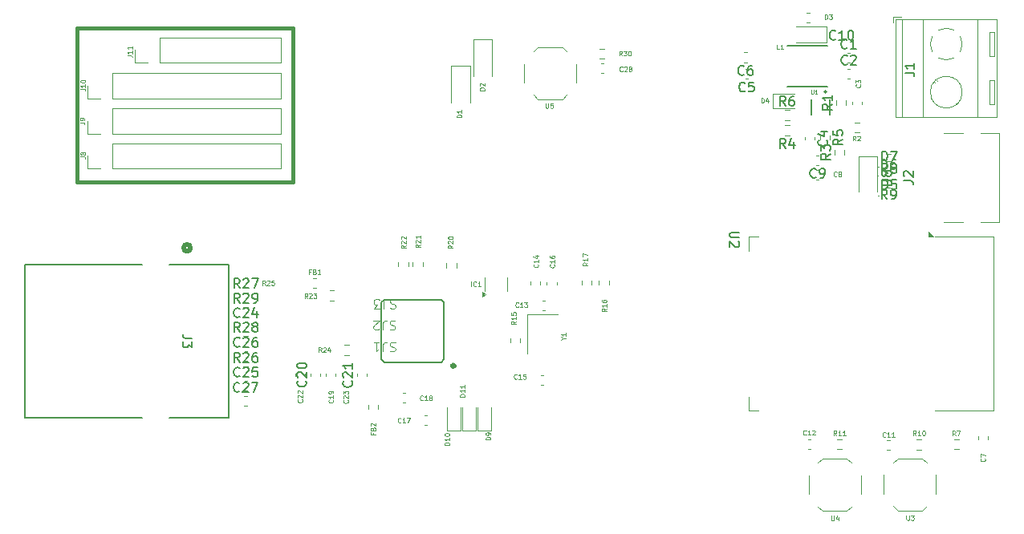
<source format=gbr>
%TF.GenerationSoftware,KiCad,Pcbnew,9.0.1*%
%TF.CreationDate,2025-04-25T09:38:52-03:00*%
%TF.ProjectId,A-NET,412d4e45-542e-46b6-9963-61645f706362,rev?*%
%TF.SameCoordinates,Original*%
%TF.FileFunction,Legend,Top*%
%TF.FilePolarity,Positive*%
%FSLAX46Y46*%
G04 Gerber Fmt 4.6, Leading zero omitted, Abs format (unit mm)*
G04 Created by KiCad (PCBNEW 9.0.1) date 2025-04-25 09:38:52*
%MOMM*%
%LPD*%
G01*
G04 APERTURE LIST*
%ADD10C,0.400000*%
%ADD11C,0.150000*%
%ADD12C,0.125000*%
%ADD13C,0.100000*%
%ADD14C,0.075000*%
%ADD15C,0.120000*%
%ADD16C,0.127000*%
%ADD17C,0.152400*%
%ADD18C,0.508000*%
%ADD19C,0.203200*%
%ADD20C,0.406400*%
G04 APERTURE END LIST*
D10*
X98037500Y-80575000D02*
X120875000Y-80575000D01*
X120875000Y-96850000D01*
X98037500Y-96850000D01*
X98037500Y-80575000D01*
D11*
X178082142Y-81734580D02*
X178034523Y-81782200D01*
X178034523Y-81782200D02*
X177891666Y-81829819D01*
X177891666Y-81829819D02*
X177796428Y-81829819D01*
X177796428Y-81829819D02*
X177653571Y-81782200D01*
X177653571Y-81782200D02*
X177558333Y-81686961D01*
X177558333Y-81686961D02*
X177510714Y-81591723D01*
X177510714Y-81591723D02*
X177463095Y-81401247D01*
X177463095Y-81401247D02*
X177463095Y-81258390D01*
X177463095Y-81258390D02*
X177510714Y-81067914D01*
X177510714Y-81067914D02*
X177558333Y-80972676D01*
X177558333Y-80972676D02*
X177653571Y-80877438D01*
X177653571Y-80877438D02*
X177796428Y-80829819D01*
X177796428Y-80829819D02*
X177891666Y-80829819D01*
X177891666Y-80829819D02*
X178034523Y-80877438D01*
X178034523Y-80877438D02*
X178082142Y-80925057D01*
X179034523Y-81829819D02*
X178463095Y-81829819D01*
X178748809Y-81829819D02*
X178748809Y-80829819D01*
X178748809Y-80829819D02*
X178653571Y-80972676D01*
X178653571Y-80972676D02*
X178558333Y-81067914D01*
X178558333Y-81067914D02*
X178463095Y-81115533D01*
X179653571Y-80829819D02*
X179748809Y-80829819D01*
X179748809Y-80829819D02*
X179844047Y-80877438D01*
X179844047Y-80877438D02*
X179891666Y-80925057D01*
X179891666Y-80925057D02*
X179939285Y-81020295D01*
X179939285Y-81020295D02*
X179986904Y-81210771D01*
X179986904Y-81210771D02*
X179986904Y-81448866D01*
X179986904Y-81448866D02*
X179939285Y-81639342D01*
X179939285Y-81639342D02*
X179891666Y-81734580D01*
X179891666Y-81734580D02*
X179844047Y-81782200D01*
X179844047Y-81782200D02*
X179748809Y-81829819D01*
X179748809Y-81829819D02*
X179653571Y-81829819D01*
X179653571Y-81829819D02*
X179558333Y-81782200D01*
X179558333Y-81782200D02*
X179510714Y-81734580D01*
X179510714Y-81734580D02*
X179463095Y-81639342D01*
X179463095Y-81639342D02*
X179415476Y-81448866D01*
X179415476Y-81448866D02*
X179415476Y-81210771D01*
X179415476Y-81210771D02*
X179463095Y-81020295D01*
X179463095Y-81020295D02*
X179510714Y-80925057D01*
X179510714Y-80925057D02*
X179558333Y-80877438D01*
X179558333Y-80877438D02*
X179653571Y-80829819D01*
D12*
X122733334Y-106287904D02*
X122566667Y-106287904D01*
X122566667Y-106549809D02*
X122566667Y-106049809D01*
X122566667Y-106049809D02*
X122804762Y-106049809D01*
X123161905Y-106287904D02*
X123233333Y-106311714D01*
X123233333Y-106311714D02*
X123257143Y-106335523D01*
X123257143Y-106335523D02*
X123280952Y-106383142D01*
X123280952Y-106383142D02*
X123280952Y-106454571D01*
X123280952Y-106454571D02*
X123257143Y-106502190D01*
X123257143Y-106502190D02*
X123233333Y-106526000D01*
X123233333Y-106526000D02*
X123185714Y-106549809D01*
X123185714Y-106549809D02*
X122995238Y-106549809D01*
X122995238Y-106549809D02*
X122995238Y-106049809D01*
X122995238Y-106049809D02*
X123161905Y-106049809D01*
X123161905Y-106049809D02*
X123209524Y-106073619D01*
X123209524Y-106073619D02*
X123233333Y-106097428D01*
X123233333Y-106097428D02*
X123257143Y-106145047D01*
X123257143Y-106145047D02*
X123257143Y-106192666D01*
X123257143Y-106192666D02*
X123233333Y-106240285D01*
X123233333Y-106240285D02*
X123209524Y-106264095D01*
X123209524Y-106264095D02*
X123161905Y-106287904D01*
X123161905Y-106287904D02*
X122995238Y-106287904D01*
X123757143Y-106549809D02*
X123471429Y-106549809D01*
X123614286Y-106549809D02*
X123614286Y-106049809D01*
X123614286Y-106049809D02*
X123566667Y-106121238D01*
X123566667Y-106121238D02*
X123519048Y-106168857D01*
X123519048Y-106168857D02*
X123471429Y-106192666D01*
X170255952Y-88474809D02*
X170255952Y-87974809D01*
X170255952Y-87974809D02*
X170375000Y-87974809D01*
X170375000Y-87974809D02*
X170446428Y-87998619D01*
X170446428Y-87998619D02*
X170494047Y-88046238D01*
X170494047Y-88046238D02*
X170517857Y-88093857D01*
X170517857Y-88093857D02*
X170541666Y-88189095D01*
X170541666Y-88189095D02*
X170541666Y-88260523D01*
X170541666Y-88260523D02*
X170517857Y-88355761D01*
X170517857Y-88355761D02*
X170494047Y-88403380D01*
X170494047Y-88403380D02*
X170446428Y-88451000D01*
X170446428Y-88451000D02*
X170375000Y-88474809D01*
X170375000Y-88474809D02*
X170255952Y-88474809D01*
X170970238Y-88141476D02*
X170970238Y-88474809D01*
X170851190Y-87951000D02*
X170732143Y-88308142D01*
X170732143Y-88308142D02*
X171041666Y-88308142D01*
D11*
X127028350Y-117867857D02*
X127075970Y-117915476D01*
X127075970Y-117915476D02*
X127123589Y-118058333D01*
X127123589Y-118058333D02*
X127123589Y-118153571D01*
X127123589Y-118153571D02*
X127075970Y-118296428D01*
X127075970Y-118296428D02*
X126980731Y-118391666D01*
X126980731Y-118391666D02*
X126885493Y-118439285D01*
X126885493Y-118439285D02*
X126695017Y-118486904D01*
X126695017Y-118486904D02*
X126552160Y-118486904D01*
X126552160Y-118486904D02*
X126361684Y-118439285D01*
X126361684Y-118439285D02*
X126266446Y-118391666D01*
X126266446Y-118391666D02*
X126171208Y-118296428D01*
X126171208Y-118296428D02*
X126123589Y-118153571D01*
X126123589Y-118153571D02*
X126123589Y-118058333D01*
X126123589Y-118058333D02*
X126171208Y-117915476D01*
X126171208Y-117915476D02*
X126218827Y-117867857D01*
X126218827Y-117486904D02*
X126171208Y-117439285D01*
X126171208Y-117439285D02*
X126123589Y-117344047D01*
X126123589Y-117344047D02*
X126123589Y-117105952D01*
X126123589Y-117105952D02*
X126171208Y-117010714D01*
X126171208Y-117010714D02*
X126218827Y-116963095D01*
X126218827Y-116963095D02*
X126314065Y-116915476D01*
X126314065Y-116915476D02*
X126409303Y-116915476D01*
X126409303Y-116915476D02*
X126552160Y-116963095D01*
X126552160Y-116963095D02*
X127123589Y-117534523D01*
X127123589Y-117534523D02*
X127123589Y-116915476D01*
X127123589Y-115963095D02*
X127123589Y-116534523D01*
X127123589Y-116248809D02*
X126123589Y-116248809D01*
X126123589Y-116248809D02*
X126266446Y-116344047D01*
X126266446Y-116344047D02*
X126361684Y-116439285D01*
X126361684Y-116439285D02*
X126409303Y-116534523D01*
D12*
X138649809Y-90019047D02*
X138149809Y-90019047D01*
X138149809Y-90019047D02*
X138149809Y-89899999D01*
X138149809Y-89899999D02*
X138173619Y-89828571D01*
X138173619Y-89828571D02*
X138221238Y-89780952D01*
X138221238Y-89780952D02*
X138268857Y-89757142D01*
X138268857Y-89757142D02*
X138364095Y-89733333D01*
X138364095Y-89733333D02*
X138435523Y-89733333D01*
X138435523Y-89733333D02*
X138530761Y-89757142D01*
X138530761Y-89757142D02*
X138578380Y-89780952D01*
X138578380Y-89780952D02*
X138626000Y-89828571D01*
X138626000Y-89828571D02*
X138649809Y-89899999D01*
X138649809Y-89899999D02*
X138649809Y-90019047D01*
X138649809Y-89257142D02*
X138649809Y-89542856D01*
X138649809Y-89399999D02*
X138149809Y-89399999D01*
X138149809Y-89399999D02*
X138221238Y-89447618D01*
X138221238Y-89447618D02*
X138268857Y-89495237D01*
X138268857Y-89495237D02*
X138292666Y-89542856D01*
D11*
X172813333Y-93264819D02*
X172480000Y-92788628D01*
X172241905Y-93264819D02*
X172241905Y-92264819D01*
X172241905Y-92264819D02*
X172622857Y-92264819D01*
X172622857Y-92264819D02*
X172718095Y-92312438D01*
X172718095Y-92312438D02*
X172765714Y-92360057D01*
X172765714Y-92360057D02*
X172813333Y-92455295D01*
X172813333Y-92455295D02*
X172813333Y-92598152D01*
X172813333Y-92598152D02*
X172765714Y-92693390D01*
X172765714Y-92693390D02*
X172718095Y-92741009D01*
X172718095Y-92741009D02*
X172622857Y-92788628D01*
X172622857Y-92788628D02*
X172241905Y-92788628D01*
X173670476Y-92598152D02*
X173670476Y-93264819D01*
X173432381Y-92217200D02*
X173194286Y-92931485D01*
X173194286Y-92931485D02*
X173813333Y-92931485D01*
X115232886Y-108031819D02*
X114899553Y-107555628D01*
X114661458Y-108031819D02*
X114661458Y-107031819D01*
X114661458Y-107031819D02*
X115042410Y-107031819D01*
X115042410Y-107031819D02*
X115137648Y-107079438D01*
X115137648Y-107079438D02*
X115185267Y-107127057D01*
X115185267Y-107127057D02*
X115232886Y-107222295D01*
X115232886Y-107222295D02*
X115232886Y-107365152D01*
X115232886Y-107365152D02*
X115185267Y-107460390D01*
X115185267Y-107460390D02*
X115137648Y-107508009D01*
X115137648Y-107508009D02*
X115042410Y-107555628D01*
X115042410Y-107555628D02*
X114661458Y-107555628D01*
X115613839Y-107127057D02*
X115661458Y-107079438D01*
X115661458Y-107079438D02*
X115756696Y-107031819D01*
X115756696Y-107031819D02*
X115994791Y-107031819D01*
X115994791Y-107031819D02*
X116090029Y-107079438D01*
X116090029Y-107079438D02*
X116137648Y-107127057D01*
X116137648Y-107127057D02*
X116185267Y-107222295D01*
X116185267Y-107222295D02*
X116185267Y-107317533D01*
X116185267Y-107317533D02*
X116137648Y-107460390D01*
X116137648Y-107460390D02*
X115566220Y-108031819D01*
X115566220Y-108031819D02*
X116185267Y-108031819D01*
X116518601Y-107031819D02*
X117185267Y-107031819D01*
X117185267Y-107031819D02*
X116756696Y-108031819D01*
D12*
X132749809Y-103521428D02*
X132511714Y-103688094D01*
X132749809Y-103807142D02*
X132249809Y-103807142D01*
X132249809Y-103807142D02*
X132249809Y-103616666D01*
X132249809Y-103616666D02*
X132273619Y-103569047D01*
X132273619Y-103569047D02*
X132297428Y-103545237D01*
X132297428Y-103545237D02*
X132345047Y-103521428D01*
X132345047Y-103521428D02*
X132416476Y-103521428D01*
X132416476Y-103521428D02*
X132464095Y-103545237D01*
X132464095Y-103545237D02*
X132487904Y-103569047D01*
X132487904Y-103569047D02*
X132511714Y-103616666D01*
X132511714Y-103616666D02*
X132511714Y-103807142D01*
X132297428Y-103330951D02*
X132273619Y-103307142D01*
X132273619Y-103307142D02*
X132249809Y-103259523D01*
X132249809Y-103259523D02*
X132249809Y-103140475D01*
X132249809Y-103140475D02*
X132273619Y-103092856D01*
X132273619Y-103092856D02*
X132297428Y-103069047D01*
X132297428Y-103069047D02*
X132345047Y-103045237D01*
X132345047Y-103045237D02*
X132392666Y-103045237D01*
X132392666Y-103045237D02*
X132464095Y-103069047D01*
X132464095Y-103069047D02*
X132749809Y-103354761D01*
X132749809Y-103354761D02*
X132749809Y-103045237D01*
X132297428Y-102854761D02*
X132273619Y-102830952D01*
X132273619Y-102830952D02*
X132249809Y-102783333D01*
X132249809Y-102783333D02*
X132249809Y-102664285D01*
X132249809Y-102664285D02*
X132273619Y-102616666D01*
X132273619Y-102616666D02*
X132297428Y-102592857D01*
X132297428Y-102592857D02*
X132345047Y-102569047D01*
X132345047Y-102569047D02*
X132392666Y-102569047D01*
X132392666Y-102569047D02*
X132464095Y-102592857D01*
X132464095Y-102592857D02*
X132749809Y-102878571D01*
X132749809Y-102878571D02*
X132749809Y-102569047D01*
X134553571Y-119852190D02*
X134529762Y-119876000D01*
X134529762Y-119876000D02*
X134458333Y-119899809D01*
X134458333Y-119899809D02*
X134410714Y-119899809D01*
X134410714Y-119899809D02*
X134339286Y-119876000D01*
X134339286Y-119876000D02*
X134291667Y-119828380D01*
X134291667Y-119828380D02*
X134267857Y-119780761D01*
X134267857Y-119780761D02*
X134244048Y-119685523D01*
X134244048Y-119685523D02*
X134244048Y-119614095D01*
X134244048Y-119614095D02*
X134267857Y-119518857D01*
X134267857Y-119518857D02*
X134291667Y-119471238D01*
X134291667Y-119471238D02*
X134339286Y-119423619D01*
X134339286Y-119423619D02*
X134410714Y-119399809D01*
X134410714Y-119399809D02*
X134458333Y-119399809D01*
X134458333Y-119399809D02*
X134529762Y-119423619D01*
X134529762Y-119423619D02*
X134553571Y-119447428D01*
X135029762Y-119899809D02*
X134744048Y-119899809D01*
X134886905Y-119899809D02*
X134886905Y-119399809D01*
X134886905Y-119399809D02*
X134839286Y-119471238D01*
X134839286Y-119471238D02*
X134791667Y-119518857D01*
X134791667Y-119518857D02*
X134744048Y-119542666D01*
X135315476Y-119614095D02*
X135267857Y-119590285D01*
X135267857Y-119590285D02*
X135244047Y-119566476D01*
X135244047Y-119566476D02*
X135220238Y-119518857D01*
X135220238Y-119518857D02*
X135220238Y-119495047D01*
X135220238Y-119495047D02*
X135244047Y-119447428D01*
X135244047Y-119447428D02*
X135267857Y-119423619D01*
X135267857Y-119423619D02*
X135315476Y-119399809D01*
X135315476Y-119399809D02*
X135410714Y-119399809D01*
X135410714Y-119399809D02*
X135458333Y-119423619D01*
X135458333Y-119423619D02*
X135482142Y-119447428D01*
X135482142Y-119447428D02*
X135505952Y-119495047D01*
X135505952Y-119495047D02*
X135505952Y-119518857D01*
X135505952Y-119518857D02*
X135482142Y-119566476D01*
X135482142Y-119566476D02*
X135458333Y-119590285D01*
X135458333Y-119590285D02*
X135410714Y-119614095D01*
X135410714Y-119614095D02*
X135315476Y-119614095D01*
X135315476Y-119614095D02*
X135267857Y-119637904D01*
X135267857Y-119637904D02*
X135244047Y-119661714D01*
X135244047Y-119661714D02*
X135220238Y-119709333D01*
X135220238Y-119709333D02*
X135220238Y-119804571D01*
X135220238Y-119804571D02*
X135244047Y-119852190D01*
X135244047Y-119852190D02*
X135267857Y-119876000D01*
X135267857Y-119876000D02*
X135315476Y-119899809D01*
X135315476Y-119899809D02*
X135410714Y-119899809D01*
X135410714Y-119899809D02*
X135458333Y-119876000D01*
X135458333Y-119876000D02*
X135482142Y-119852190D01*
X135482142Y-119852190D02*
X135505952Y-119804571D01*
X135505952Y-119804571D02*
X135505952Y-119709333D01*
X135505952Y-119709333D02*
X135482142Y-119661714D01*
X135482142Y-119661714D02*
X135458333Y-119637904D01*
X135458333Y-119637904D02*
X135410714Y-119614095D01*
X98449809Y-87029761D02*
X98806952Y-87029761D01*
X98806952Y-87029761D02*
X98878380Y-87053570D01*
X98878380Y-87053570D02*
X98926000Y-87101189D01*
X98926000Y-87101189D02*
X98949809Y-87172618D01*
X98949809Y-87172618D02*
X98949809Y-87220237D01*
X98949809Y-86529761D02*
X98949809Y-86815475D01*
X98949809Y-86672618D02*
X98449809Y-86672618D01*
X98449809Y-86672618D02*
X98521238Y-86720237D01*
X98521238Y-86720237D02*
X98568857Y-86767856D01*
X98568857Y-86767856D02*
X98592666Y-86815475D01*
X98449809Y-86220238D02*
X98449809Y-86172619D01*
X98449809Y-86172619D02*
X98473619Y-86125000D01*
X98473619Y-86125000D02*
X98497428Y-86101190D01*
X98497428Y-86101190D02*
X98545047Y-86077381D01*
X98545047Y-86077381D02*
X98640285Y-86053571D01*
X98640285Y-86053571D02*
X98759333Y-86053571D01*
X98759333Y-86053571D02*
X98854571Y-86077381D01*
X98854571Y-86077381D02*
X98902190Y-86101190D01*
X98902190Y-86101190D02*
X98926000Y-86125000D01*
X98926000Y-86125000D02*
X98949809Y-86172619D01*
X98949809Y-86172619D02*
X98949809Y-86220238D01*
X98949809Y-86220238D02*
X98926000Y-86267857D01*
X98926000Y-86267857D02*
X98902190Y-86291666D01*
X98902190Y-86291666D02*
X98854571Y-86315476D01*
X98854571Y-86315476D02*
X98759333Y-86339285D01*
X98759333Y-86339285D02*
X98640285Y-86339285D01*
X98640285Y-86339285D02*
X98545047Y-86315476D01*
X98545047Y-86315476D02*
X98497428Y-86291666D01*
X98497428Y-86291666D02*
X98473619Y-86267857D01*
X98473619Y-86267857D02*
X98449809Y-86220238D01*
D11*
X179308333Y-82654580D02*
X179260714Y-82702200D01*
X179260714Y-82702200D02*
X179117857Y-82749819D01*
X179117857Y-82749819D02*
X179022619Y-82749819D01*
X179022619Y-82749819D02*
X178879762Y-82702200D01*
X178879762Y-82702200D02*
X178784524Y-82606961D01*
X178784524Y-82606961D02*
X178736905Y-82511723D01*
X178736905Y-82511723D02*
X178689286Y-82321247D01*
X178689286Y-82321247D02*
X178689286Y-82178390D01*
X178689286Y-82178390D02*
X178736905Y-81987914D01*
X178736905Y-81987914D02*
X178784524Y-81892676D01*
X178784524Y-81892676D02*
X178879762Y-81797438D01*
X178879762Y-81797438D02*
X179022619Y-81749819D01*
X179022619Y-81749819D02*
X179117857Y-81749819D01*
X179117857Y-81749819D02*
X179260714Y-81797438D01*
X179260714Y-81797438D02*
X179308333Y-81845057D01*
X180260714Y-82749819D02*
X179689286Y-82749819D01*
X179975000Y-82749819D02*
X179975000Y-81749819D01*
X179975000Y-81749819D02*
X179879762Y-81892676D01*
X179879762Y-81892676D02*
X179784524Y-81987914D01*
X179784524Y-81987914D02*
X179689286Y-82035533D01*
D12*
X172141666Y-82824809D02*
X171903571Y-82824809D01*
X171903571Y-82824809D02*
X171903571Y-82324809D01*
X172570238Y-82824809D02*
X172284524Y-82824809D01*
X172427381Y-82824809D02*
X172427381Y-82324809D01*
X172427381Y-82324809D02*
X172379762Y-82396238D01*
X172379762Y-82396238D02*
X172332143Y-82443857D01*
X172332143Y-82443857D02*
X172284524Y-82467666D01*
X144374809Y-111546428D02*
X144136714Y-111713094D01*
X144374809Y-111832142D02*
X143874809Y-111832142D01*
X143874809Y-111832142D02*
X143874809Y-111641666D01*
X143874809Y-111641666D02*
X143898619Y-111594047D01*
X143898619Y-111594047D02*
X143922428Y-111570237D01*
X143922428Y-111570237D02*
X143970047Y-111546428D01*
X143970047Y-111546428D02*
X144041476Y-111546428D01*
X144041476Y-111546428D02*
X144089095Y-111570237D01*
X144089095Y-111570237D02*
X144112904Y-111594047D01*
X144112904Y-111594047D02*
X144136714Y-111641666D01*
X144136714Y-111641666D02*
X144136714Y-111832142D01*
X144374809Y-111070237D02*
X144374809Y-111355951D01*
X144374809Y-111213094D02*
X143874809Y-111213094D01*
X143874809Y-111213094D02*
X143946238Y-111260713D01*
X143946238Y-111260713D02*
X143993857Y-111308332D01*
X143993857Y-111308332D02*
X144017666Y-111355951D01*
X143874809Y-110617857D02*
X143874809Y-110855952D01*
X143874809Y-110855952D02*
X144112904Y-110879761D01*
X144112904Y-110879761D02*
X144089095Y-110855952D01*
X144089095Y-110855952D02*
X144065285Y-110808333D01*
X144065285Y-110808333D02*
X144065285Y-110689285D01*
X144065285Y-110689285D02*
X144089095Y-110641666D01*
X144089095Y-110641666D02*
X144112904Y-110617857D01*
X144112904Y-110617857D02*
X144160523Y-110594047D01*
X144160523Y-110594047D02*
X144279571Y-110594047D01*
X144279571Y-110594047D02*
X144327190Y-110617857D01*
X144327190Y-110617857D02*
X144351000Y-110641666D01*
X144351000Y-110641666D02*
X144374809Y-110689285D01*
X144374809Y-110689285D02*
X144374809Y-110808333D01*
X144374809Y-110808333D02*
X144351000Y-110855952D01*
X144351000Y-110855952D02*
X144327190Y-110879761D01*
X144628571Y-110002190D02*
X144604762Y-110026000D01*
X144604762Y-110026000D02*
X144533333Y-110049809D01*
X144533333Y-110049809D02*
X144485714Y-110049809D01*
X144485714Y-110049809D02*
X144414286Y-110026000D01*
X144414286Y-110026000D02*
X144366667Y-109978380D01*
X144366667Y-109978380D02*
X144342857Y-109930761D01*
X144342857Y-109930761D02*
X144319048Y-109835523D01*
X144319048Y-109835523D02*
X144319048Y-109764095D01*
X144319048Y-109764095D02*
X144342857Y-109668857D01*
X144342857Y-109668857D02*
X144366667Y-109621238D01*
X144366667Y-109621238D02*
X144414286Y-109573619D01*
X144414286Y-109573619D02*
X144485714Y-109549809D01*
X144485714Y-109549809D02*
X144533333Y-109549809D01*
X144533333Y-109549809D02*
X144604762Y-109573619D01*
X144604762Y-109573619D02*
X144628571Y-109597428D01*
X145104762Y-110049809D02*
X144819048Y-110049809D01*
X144961905Y-110049809D02*
X144961905Y-109549809D01*
X144961905Y-109549809D02*
X144914286Y-109621238D01*
X144914286Y-109621238D02*
X144866667Y-109668857D01*
X144866667Y-109668857D02*
X144819048Y-109692666D01*
X145271428Y-109549809D02*
X145580952Y-109549809D01*
X145580952Y-109549809D02*
X145414285Y-109740285D01*
X145414285Y-109740285D02*
X145485714Y-109740285D01*
X145485714Y-109740285D02*
X145533333Y-109764095D01*
X145533333Y-109764095D02*
X145557142Y-109787904D01*
X145557142Y-109787904D02*
X145580952Y-109835523D01*
X145580952Y-109835523D02*
X145580952Y-109954571D01*
X145580952Y-109954571D02*
X145557142Y-110002190D01*
X145557142Y-110002190D02*
X145533333Y-110026000D01*
X145533333Y-110026000D02*
X145485714Y-110049809D01*
X145485714Y-110049809D02*
X145342857Y-110049809D01*
X145342857Y-110049809D02*
X145295238Y-110026000D01*
X145295238Y-110026000D02*
X145271428Y-110002190D01*
X155553571Y-83499809D02*
X155386905Y-83261714D01*
X155267857Y-83499809D02*
X155267857Y-82999809D01*
X155267857Y-82999809D02*
X155458333Y-82999809D01*
X155458333Y-82999809D02*
X155505952Y-83023619D01*
X155505952Y-83023619D02*
X155529762Y-83047428D01*
X155529762Y-83047428D02*
X155553571Y-83095047D01*
X155553571Y-83095047D02*
X155553571Y-83166476D01*
X155553571Y-83166476D02*
X155529762Y-83214095D01*
X155529762Y-83214095D02*
X155505952Y-83237904D01*
X155505952Y-83237904D02*
X155458333Y-83261714D01*
X155458333Y-83261714D02*
X155267857Y-83261714D01*
X155720238Y-82999809D02*
X156029762Y-82999809D01*
X156029762Y-82999809D02*
X155863095Y-83190285D01*
X155863095Y-83190285D02*
X155934524Y-83190285D01*
X155934524Y-83190285D02*
X155982143Y-83214095D01*
X155982143Y-83214095D02*
X156005952Y-83237904D01*
X156005952Y-83237904D02*
X156029762Y-83285523D01*
X156029762Y-83285523D02*
X156029762Y-83404571D01*
X156029762Y-83404571D02*
X156005952Y-83452190D01*
X156005952Y-83452190D02*
X155982143Y-83476000D01*
X155982143Y-83476000D02*
X155934524Y-83499809D01*
X155934524Y-83499809D02*
X155791667Y-83499809D01*
X155791667Y-83499809D02*
X155744048Y-83476000D01*
X155744048Y-83476000D02*
X155720238Y-83452190D01*
X156339285Y-82999809D02*
X156386904Y-82999809D01*
X156386904Y-82999809D02*
X156434523Y-83023619D01*
X156434523Y-83023619D02*
X156458333Y-83047428D01*
X156458333Y-83047428D02*
X156482142Y-83095047D01*
X156482142Y-83095047D02*
X156505952Y-83190285D01*
X156505952Y-83190285D02*
X156505952Y-83309333D01*
X156505952Y-83309333D02*
X156482142Y-83404571D01*
X156482142Y-83404571D02*
X156458333Y-83452190D01*
X156458333Y-83452190D02*
X156434523Y-83476000D01*
X156434523Y-83476000D02*
X156386904Y-83499809D01*
X156386904Y-83499809D02*
X156339285Y-83499809D01*
X156339285Y-83499809D02*
X156291666Y-83476000D01*
X156291666Y-83476000D02*
X156267857Y-83452190D01*
X156267857Y-83452190D02*
X156244047Y-83404571D01*
X156244047Y-83404571D02*
X156220238Y-83309333D01*
X156220238Y-83309333D02*
X156220238Y-83190285D01*
X156220238Y-83190285D02*
X156244047Y-83095047D01*
X156244047Y-83095047D02*
X156267857Y-83047428D01*
X156267857Y-83047428D02*
X156291666Y-83023619D01*
X156291666Y-83023619D02*
X156339285Y-82999809D01*
D11*
X115232886Y-111036580D02*
X115185267Y-111084200D01*
X115185267Y-111084200D02*
X115042410Y-111131819D01*
X115042410Y-111131819D02*
X114947172Y-111131819D01*
X114947172Y-111131819D02*
X114804315Y-111084200D01*
X114804315Y-111084200D02*
X114709077Y-110988961D01*
X114709077Y-110988961D02*
X114661458Y-110893723D01*
X114661458Y-110893723D02*
X114613839Y-110703247D01*
X114613839Y-110703247D02*
X114613839Y-110560390D01*
X114613839Y-110560390D02*
X114661458Y-110369914D01*
X114661458Y-110369914D02*
X114709077Y-110274676D01*
X114709077Y-110274676D02*
X114804315Y-110179438D01*
X114804315Y-110179438D02*
X114947172Y-110131819D01*
X114947172Y-110131819D02*
X115042410Y-110131819D01*
X115042410Y-110131819D02*
X115185267Y-110179438D01*
X115185267Y-110179438D02*
X115232886Y-110227057D01*
X115613839Y-110227057D02*
X115661458Y-110179438D01*
X115661458Y-110179438D02*
X115756696Y-110131819D01*
X115756696Y-110131819D02*
X115994791Y-110131819D01*
X115994791Y-110131819D02*
X116090029Y-110179438D01*
X116090029Y-110179438D02*
X116137648Y-110227057D01*
X116137648Y-110227057D02*
X116185267Y-110322295D01*
X116185267Y-110322295D02*
X116185267Y-110417533D01*
X116185267Y-110417533D02*
X116137648Y-110560390D01*
X116137648Y-110560390D02*
X115566220Y-111131819D01*
X115566220Y-111131819D02*
X116185267Y-111131819D01*
X117042410Y-110465152D02*
X117042410Y-111131819D01*
X116804315Y-110084200D02*
X116566220Y-110798485D01*
X116566220Y-110798485D02*
X117185267Y-110798485D01*
D12*
X137349809Y-124607142D02*
X136849809Y-124607142D01*
X136849809Y-124607142D02*
X136849809Y-124488094D01*
X136849809Y-124488094D02*
X136873619Y-124416666D01*
X136873619Y-124416666D02*
X136921238Y-124369047D01*
X136921238Y-124369047D02*
X136968857Y-124345237D01*
X136968857Y-124345237D02*
X137064095Y-124321428D01*
X137064095Y-124321428D02*
X137135523Y-124321428D01*
X137135523Y-124321428D02*
X137230761Y-124345237D01*
X137230761Y-124345237D02*
X137278380Y-124369047D01*
X137278380Y-124369047D02*
X137326000Y-124416666D01*
X137326000Y-124416666D02*
X137349809Y-124488094D01*
X137349809Y-124488094D02*
X137349809Y-124607142D01*
X137349809Y-123845237D02*
X137349809Y-124130951D01*
X137349809Y-123988094D02*
X136849809Y-123988094D01*
X136849809Y-123988094D02*
X136921238Y-124035713D01*
X136921238Y-124035713D02*
X136968857Y-124083332D01*
X136968857Y-124083332D02*
X136992666Y-124130951D01*
X136849809Y-123535714D02*
X136849809Y-123488095D01*
X136849809Y-123488095D02*
X136873619Y-123440476D01*
X136873619Y-123440476D02*
X136897428Y-123416666D01*
X136897428Y-123416666D02*
X136945047Y-123392857D01*
X136945047Y-123392857D02*
X137040285Y-123369047D01*
X137040285Y-123369047D02*
X137159333Y-123369047D01*
X137159333Y-123369047D02*
X137254571Y-123392857D01*
X137254571Y-123392857D02*
X137302190Y-123416666D01*
X137302190Y-123416666D02*
X137326000Y-123440476D01*
X137326000Y-123440476D02*
X137349809Y-123488095D01*
X137349809Y-123488095D02*
X137349809Y-123535714D01*
X137349809Y-123535714D02*
X137326000Y-123583333D01*
X137326000Y-123583333D02*
X137302190Y-123607142D01*
X137302190Y-123607142D02*
X137254571Y-123630952D01*
X137254571Y-123630952D02*
X137159333Y-123654761D01*
X137159333Y-123654761D02*
X137040285Y-123654761D01*
X137040285Y-123654761D02*
X136945047Y-123630952D01*
X136945047Y-123630952D02*
X136897428Y-123607142D01*
X136897428Y-123607142D02*
X136873619Y-123583333D01*
X136873619Y-123583333D02*
X136849809Y-123535714D01*
D11*
X179333333Y-84354580D02*
X179285714Y-84402200D01*
X179285714Y-84402200D02*
X179142857Y-84449819D01*
X179142857Y-84449819D02*
X179047619Y-84449819D01*
X179047619Y-84449819D02*
X178904762Y-84402200D01*
X178904762Y-84402200D02*
X178809524Y-84306961D01*
X178809524Y-84306961D02*
X178761905Y-84211723D01*
X178761905Y-84211723D02*
X178714286Y-84021247D01*
X178714286Y-84021247D02*
X178714286Y-83878390D01*
X178714286Y-83878390D02*
X178761905Y-83687914D01*
X178761905Y-83687914D02*
X178809524Y-83592676D01*
X178809524Y-83592676D02*
X178904762Y-83497438D01*
X178904762Y-83497438D02*
X179047619Y-83449819D01*
X179047619Y-83449819D02*
X179142857Y-83449819D01*
X179142857Y-83449819D02*
X179285714Y-83497438D01*
X179285714Y-83497438D02*
X179333333Y-83545057D01*
X179714286Y-83545057D02*
X179761905Y-83497438D01*
X179761905Y-83497438D02*
X179857143Y-83449819D01*
X179857143Y-83449819D02*
X180095238Y-83449819D01*
X180095238Y-83449819D02*
X180190476Y-83497438D01*
X180190476Y-83497438D02*
X180238095Y-83545057D01*
X180238095Y-83545057D02*
X180285714Y-83640295D01*
X180285714Y-83640295D02*
X180285714Y-83735533D01*
X180285714Y-83735533D02*
X180238095Y-83878390D01*
X180238095Y-83878390D02*
X179666667Y-84449819D01*
X179666667Y-84449819D02*
X180285714Y-84449819D01*
D12*
X98374809Y-90541666D02*
X98731952Y-90541666D01*
X98731952Y-90541666D02*
X98803380Y-90565475D01*
X98803380Y-90565475D02*
X98851000Y-90613094D01*
X98851000Y-90613094D02*
X98874809Y-90684523D01*
X98874809Y-90684523D02*
X98874809Y-90732142D01*
X98874809Y-90279761D02*
X98874809Y-90184523D01*
X98874809Y-90184523D02*
X98851000Y-90136904D01*
X98851000Y-90136904D02*
X98827190Y-90113095D01*
X98827190Y-90113095D02*
X98755761Y-90065476D01*
X98755761Y-90065476D02*
X98660523Y-90041666D01*
X98660523Y-90041666D02*
X98470047Y-90041666D01*
X98470047Y-90041666D02*
X98422428Y-90065476D01*
X98422428Y-90065476D02*
X98398619Y-90089285D01*
X98398619Y-90089285D02*
X98374809Y-90136904D01*
X98374809Y-90136904D02*
X98374809Y-90232142D01*
X98374809Y-90232142D02*
X98398619Y-90279761D01*
X98398619Y-90279761D02*
X98422428Y-90303571D01*
X98422428Y-90303571D02*
X98470047Y-90327380D01*
X98470047Y-90327380D02*
X98589095Y-90327380D01*
X98589095Y-90327380D02*
X98636714Y-90303571D01*
X98636714Y-90303571D02*
X98660523Y-90279761D01*
X98660523Y-90279761D02*
X98684333Y-90232142D01*
X98684333Y-90232142D02*
X98684333Y-90136904D01*
X98684333Y-90136904D02*
X98660523Y-90089285D01*
X98660523Y-90089285D02*
X98636714Y-90065476D01*
X98636714Y-90065476D02*
X98589095Y-90041666D01*
X147519047Y-88524809D02*
X147519047Y-88929571D01*
X147519047Y-88929571D02*
X147542857Y-88977190D01*
X147542857Y-88977190D02*
X147566666Y-89001000D01*
X147566666Y-89001000D02*
X147614285Y-89024809D01*
X147614285Y-89024809D02*
X147709523Y-89024809D01*
X147709523Y-89024809D02*
X147757142Y-89001000D01*
X147757142Y-89001000D02*
X147780952Y-88977190D01*
X147780952Y-88977190D02*
X147804761Y-88929571D01*
X147804761Y-88929571D02*
X147804761Y-88524809D01*
X148280952Y-88524809D02*
X148042857Y-88524809D01*
X148042857Y-88524809D02*
X148019048Y-88762904D01*
X148019048Y-88762904D02*
X148042857Y-88739095D01*
X148042857Y-88739095D02*
X148090476Y-88715285D01*
X148090476Y-88715285D02*
X148209524Y-88715285D01*
X148209524Y-88715285D02*
X148257143Y-88739095D01*
X148257143Y-88739095D02*
X148280952Y-88762904D01*
X148280952Y-88762904D02*
X148304762Y-88810523D01*
X148304762Y-88810523D02*
X148304762Y-88929571D01*
X148304762Y-88929571D02*
X148280952Y-88977190D01*
X148280952Y-88977190D02*
X148257143Y-89001000D01*
X148257143Y-89001000D02*
X148209524Y-89024809D01*
X148209524Y-89024809D02*
X148090476Y-89024809D01*
X148090476Y-89024809D02*
X148042857Y-89001000D01*
X148042857Y-89001000D02*
X148019048Y-88977190D01*
X186578571Y-123599809D02*
X186411905Y-123361714D01*
X186292857Y-123599809D02*
X186292857Y-123099809D01*
X186292857Y-123099809D02*
X186483333Y-123099809D01*
X186483333Y-123099809D02*
X186530952Y-123123619D01*
X186530952Y-123123619D02*
X186554762Y-123147428D01*
X186554762Y-123147428D02*
X186578571Y-123195047D01*
X186578571Y-123195047D02*
X186578571Y-123266476D01*
X186578571Y-123266476D02*
X186554762Y-123314095D01*
X186554762Y-123314095D02*
X186530952Y-123337904D01*
X186530952Y-123337904D02*
X186483333Y-123361714D01*
X186483333Y-123361714D02*
X186292857Y-123361714D01*
X187054762Y-123599809D02*
X186769048Y-123599809D01*
X186911905Y-123599809D02*
X186911905Y-123099809D01*
X186911905Y-123099809D02*
X186864286Y-123171238D01*
X186864286Y-123171238D02*
X186816667Y-123218857D01*
X186816667Y-123218857D02*
X186769048Y-123242666D01*
X187364285Y-123099809D02*
X187411904Y-123099809D01*
X187411904Y-123099809D02*
X187459523Y-123123619D01*
X187459523Y-123123619D02*
X187483333Y-123147428D01*
X187483333Y-123147428D02*
X187507142Y-123195047D01*
X187507142Y-123195047D02*
X187530952Y-123290285D01*
X187530952Y-123290285D02*
X187530952Y-123409333D01*
X187530952Y-123409333D02*
X187507142Y-123504571D01*
X187507142Y-123504571D02*
X187483333Y-123552190D01*
X187483333Y-123552190D02*
X187459523Y-123576000D01*
X187459523Y-123576000D02*
X187411904Y-123599809D01*
X187411904Y-123599809D02*
X187364285Y-123599809D01*
X187364285Y-123599809D02*
X187316666Y-123576000D01*
X187316666Y-123576000D02*
X187292857Y-123552190D01*
X187292857Y-123552190D02*
X187269047Y-123504571D01*
X187269047Y-123504571D02*
X187245238Y-123409333D01*
X187245238Y-123409333D02*
X187245238Y-123290285D01*
X187245238Y-123290285D02*
X187269047Y-123195047D01*
X187269047Y-123195047D02*
X187292857Y-123147428D01*
X187292857Y-123147428D02*
X187316666Y-123123619D01*
X187316666Y-123123619D02*
X187364285Y-123099809D01*
D11*
X115207886Y-118911580D02*
X115160267Y-118959200D01*
X115160267Y-118959200D02*
X115017410Y-119006819D01*
X115017410Y-119006819D02*
X114922172Y-119006819D01*
X114922172Y-119006819D02*
X114779315Y-118959200D01*
X114779315Y-118959200D02*
X114684077Y-118863961D01*
X114684077Y-118863961D02*
X114636458Y-118768723D01*
X114636458Y-118768723D02*
X114588839Y-118578247D01*
X114588839Y-118578247D02*
X114588839Y-118435390D01*
X114588839Y-118435390D02*
X114636458Y-118244914D01*
X114636458Y-118244914D02*
X114684077Y-118149676D01*
X114684077Y-118149676D02*
X114779315Y-118054438D01*
X114779315Y-118054438D02*
X114922172Y-118006819D01*
X114922172Y-118006819D02*
X115017410Y-118006819D01*
X115017410Y-118006819D02*
X115160267Y-118054438D01*
X115160267Y-118054438D02*
X115207886Y-118102057D01*
X115588839Y-118102057D02*
X115636458Y-118054438D01*
X115636458Y-118054438D02*
X115731696Y-118006819D01*
X115731696Y-118006819D02*
X115969791Y-118006819D01*
X115969791Y-118006819D02*
X116065029Y-118054438D01*
X116065029Y-118054438D02*
X116112648Y-118102057D01*
X116112648Y-118102057D02*
X116160267Y-118197295D01*
X116160267Y-118197295D02*
X116160267Y-118292533D01*
X116160267Y-118292533D02*
X116112648Y-118435390D01*
X116112648Y-118435390D02*
X115541220Y-119006819D01*
X115541220Y-119006819D02*
X116160267Y-119006819D01*
X116493601Y-118006819D02*
X117160267Y-118006819D01*
X117160267Y-118006819D02*
X116731696Y-119006819D01*
D12*
X123853571Y-114799809D02*
X123686905Y-114561714D01*
X123567857Y-114799809D02*
X123567857Y-114299809D01*
X123567857Y-114299809D02*
X123758333Y-114299809D01*
X123758333Y-114299809D02*
X123805952Y-114323619D01*
X123805952Y-114323619D02*
X123829762Y-114347428D01*
X123829762Y-114347428D02*
X123853571Y-114395047D01*
X123853571Y-114395047D02*
X123853571Y-114466476D01*
X123853571Y-114466476D02*
X123829762Y-114514095D01*
X123829762Y-114514095D02*
X123805952Y-114537904D01*
X123805952Y-114537904D02*
X123758333Y-114561714D01*
X123758333Y-114561714D02*
X123567857Y-114561714D01*
X124044048Y-114347428D02*
X124067857Y-114323619D01*
X124067857Y-114323619D02*
X124115476Y-114299809D01*
X124115476Y-114299809D02*
X124234524Y-114299809D01*
X124234524Y-114299809D02*
X124282143Y-114323619D01*
X124282143Y-114323619D02*
X124305952Y-114347428D01*
X124305952Y-114347428D02*
X124329762Y-114395047D01*
X124329762Y-114395047D02*
X124329762Y-114442666D01*
X124329762Y-114442666D02*
X124305952Y-114514095D01*
X124305952Y-114514095D02*
X124020238Y-114799809D01*
X124020238Y-114799809D02*
X124329762Y-114799809D01*
X124758333Y-114466476D02*
X124758333Y-114799809D01*
X124639285Y-114276000D02*
X124520238Y-114633142D01*
X124520238Y-114633142D02*
X124829761Y-114633142D01*
D11*
X110220180Y-113316666D02*
X109505895Y-113316666D01*
X109505895Y-113316666D02*
X109363038Y-113269047D01*
X109363038Y-113269047D02*
X109267800Y-113173809D01*
X109267800Y-113173809D02*
X109220180Y-113030952D01*
X109220180Y-113030952D02*
X109220180Y-112935714D01*
X110220180Y-113697619D02*
X110220180Y-114316666D01*
X110220180Y-114316666D02*
X109839228Y-113983333D01*
X109839228Y-113983333D02*
X109839228Y-114126190D01*
X109839228Y-114126190D02*
X109791609Y-114221428D01*
X109791609Y-114221428D02*
X109743990Y-114269047D01*
X109743990Y-114269047D02*
X109648752Y-114316666D01*
X109648752Y-114316666D02*
X109410657Y-114316666D01*
X109410657Y-114316666D02*
X109315419Y-114269047D01*
X109315419Y-114269047D02*
X109267800Y-114221428D01*
X109267800Y-114221428D02*
X109220180Y-114126190D01*
X109220180Y-114126190D02*
X109220180Y-113840476D01*
X109220180Y-113840476D02*
X109267800Y-113745238D01*
X109267800Y-113745238D02*
X109315419Y-113697619D01*
D12*
X121800960Y-119796428D02*
X121824770Y-119820237D01*
X121824770Y-119820237D02*
X121848579Y-119891666D01*
X121848579Y-119891666D02*
X121848579Y-119939285D01*
X121848579Y-119939285D02*
X121824770Y-120010713D01*
X121824770Y-120010713D02*
X121777150Y-120058332D01*
X121777150Y-120058332D02*
X121729531Y-120082142D01*
X121729531Y-120082142D02*
X121634293Y-120105951D01*
X121634293Y-120105951D02*
X121562865Y-120105951D01*
X121562865Y-120105951D02*
X121467627Y-120082142D01*
X121467627Y-120082142D02*
X121420008Y-120058332D01*
X121420008Y-120058332D02*
X121372389Y-120010713D01*
X121372389Y-120010713D02*
X121348579Y-119939285D01*
X121348579Y-119939285D02*
X121348579Y-119891666D01*
X121348579Y-119891666D02*
X121372389Y-119820237D01*
X121372389Y-119820237D02*
X121396198Y-119796428D01*
X121396198Y-119605951D02*
X121372389Y-119582142D01*
X121372389Y-119582142D02*
X121348579Y-119534523D01*
X121348579Y-119534523D02*
X121348579Y-119415475D01*
X121348579Y-119415475D02*
X121372389Y-119367856D01*
X121372389Y-119367856D02*
X121396198Y-119344047D01*
X121396198Y-119344047D02*
X121443817Y-119320237D01*
X121443817Y-119320237D02*
X121491436Y-119320237D01*
X121491436Y-119320237D02*
X121562865Y-119344047D01*
X121562865Y-119344047D02*
X121848579Y-119629761D01*
X121848579Y-119629761D02*
X121848579Y-119320237D01*
X121396198Y-119129761D02*
X121372389Y-119105952D01*
X121372389Y-119105952D02*
X121348579Y-119058333D01*
X121348579Y-119058333D02*
X121348579Y-118939285D01*
X121348579Y-118939285D02*
X121372389Y-118891666D01*
X121372389Y-118891666D02*
X121396198Y-118867857D01*
X121396198Y-118867857D02*
X121443817Y-118844047D01*
X121443817Y-118844047D02*
X121491436Y-118844047D01*
X121491436Y-118844047D02*
X121562865Y-118867857D01*
X121562865Y-118867857D02*
X121848579Y-119153571D01*
X121848579Y-119153571D02*
X121848579Y-118844047D01*
X146676760Y-105521428D02*
X146700570Y-105545237D01*
X146700570Y-105545237D02*
X146724379Y-105616666D01*
X146724379Y-105616666D02*
X146724379Y-105664285D01*
X146724379Y-105664285D02*
X146700570Y-105735713D01*
X146700570Y-105735713D02*
X146652950Y-105783332D01*
X146652950Y-105783332D02*
X146605331Y-105807142D01*
X146605331Y-105807142D02*
X146510093Y-105830951D01*
X146510093Y-105830951D02*
X146438665Y-105830951D01*
X146438665Y-105830951D02*
X146343427Y-105807142D01*
X146343427Y-105807142D02*
X146295808Y-105783332D01*
X146295808Y-105783332D02*
X146248189Y-105735713D01*
X146248189Y-105735713D02*
X146224379Y-105664285D01*
X146224379Y-105664285D02*
X146224379Y-105616666D01*
X146224379Y-105616666D02*
X146248189Y-105545237D01*
X146248189Y-105545237D02*
X146271998Y-105521428D01*
X146724379Y-105045237D02*
X146724379Y-105330951D01*
X146724379Y-105188094D02*
X146224379Y-105188094D01*
X146224379Y-105188094D02*
X146295808Y-105235713D01*
X146295808Y-105235713D02*
X146343427Y-105283332D01*
X146343427Y-105283332D02*
X146367236Y-105330951D01*
X146391046Y-104616666D02*
X146724379Y-104616666D01*
X146200570Y-104735714D02*
X146557712Y-104854761D01*
X146557712Y-104854761D02*
X146557712Y-104545238D01*
X137724809Y-103521428D02*
X137486714Y-103688094D01*
X137724809Y-103807142D02*
X137224809Y-103807142D01*
X137224809Y-103807142D02*
X137224809Y-103616666D01*
X137224809Y-103616666D02*
X137248619Y-103569047D01*
X137248619Y-103569047D02*
X137272428Y-103545237D01*
X137272428Y-103545237D02*
X137320047Y-103521428D01*
X137320047Y-103521428D02*
X137391476Y-103521428D01*
X137391476Y-103521428D02*
X137439095Y-103545237D01*
X137439095Y-103545237D02*
X137462904Y-103569047D01*
X137462904Y-103569047D02*
X137486714Y-103616666D01*
X137486714Y-103616666D02*
X137486714Y-103807142D01*
X137272428Y-103330951D02*
X137248619Y-103307142D01*
X137248619Y-103307142D02*
X137224809Y-103259523D01*
X137224809Y-103259523D02*
X137224809Y-103140475D01*
X137224809Y-103140475D02*
X137248619Y-103092856D01*
X137248619Y-103092856D02*
X137272428Y-103069047D01*
X137272428Y-103069047D02*
X137320047Y-103045237D01*
X137320047Y-103045237D02*
X137367666Y-103045237D01*
X137367666Y-103045237D02*
X137439095Y-103069047D01*
X137439095Y-103069047D02*
X137724809Y-103354761D01*
X137724809Y-103354761D02*
X137724809Y-103045237D01*
X137224809Y-102735714D02*
X137224809Y-102688095D01*
X137224809Y-102688095D02*
X137248619Y-102640476D01*
X137248619Y-102640476D02*
X137272428Y-102616666D01*
X137272428Y-102616666D02*
X137320047Y-102592857D01*
X137320047Y-102592857D02*
X137415285Y-102569047D01*
X137415285Y-102569047D02*
X137534333Y-102569047D01*
X137534333Y-102569047D02*
X137629571Y-102592857D01*
X137629571Y-102592857D02*
X137677190Y-102616666D01*
X137677190Y-102616666D02*
X137701000Y-102640476D01*
X137701000Y-102640476D02*
X137724809Y-102688095D01*
X137724809Y-102688095D02*
X137724809Y-102735714D01*
X137724809Y-102735714D02*
X137701000Y-102783333D01*
X137701000Y-102783333D02*
X137677190Y-102807142D01*
X137677190Y-102807142D02*
X137629571Y-102830952D01*
X137629571Y-102830952D02*
X137534333Y-102854761D01*
X137534333Y-102854761D02*
X137415285Y-102854761D01*
X137415285Y-102854761D02*
X137320047Y-102830952D01*
X137320047Y-102830952D02*
X137272428Y-102807142D01*
X137272428Y-102807142D02*
X137248619Y-102783333D01*
X137248619Y-102783333D02*
X137224809Y-102735714D01*
X148402190Y-105546428D02*
X148426000Y-105570237D01*
X148426000Y-105570237D02*
X148449809Y-105641666D01*
X148449809Y-105641666D02*
X148449809Y-105689285D01*
X148449809Y-105689285D02*
X148426000Y-105760713D01*
X148426000Y-105760713D02*
X148378380Y-105808332D01*
X148378380Y-105808332D02*
X148330761Y-105832142D01*
X148330761Y-105832142D02*
X148235523Y-105855951D01*
X148235523Y-105855951D02*
X148164095Y-105855951D01*
X148164095Y-105855951D02*
X148068857Y-105832142D01*
X148068857Y-105832142D02*
X148021238Y-105808332D01*
X148021238Y-105808332D02*
X147973619Y-105760713D01*
X147973619Y-105760713D02*
X147949809Y-105689285D01*
X147949809Y-105689285D02*
X147949809Y-105641666D01*
X147949809Y-105641666D02*
X147973619Y-105570237D01*
X147973619Y-105570237D02*
X147997428Y-105546428D01*
X148449809Y-105070237D02*
X148449809Y-105355951D01*
X148449809Y-105213094D02*
X147949809Y-105213094D01*
X147949809Y-105213094D02*
X148021238Y-105260713D01*
X148021238Y-105260713D02*
X148068857Y-105308332D01*
X148068857Y-105308332D02*
X148092666Y-105355951D01*
X147949809Y-104641666D02*
X147949809Y-104736904D01*
X147949809Y-104736904D02*
X147973619Y-104784523D01*
X147973619Y-104784523D02*
X147997428Y-104808333D01*
X147997428Y-104808333D02*
X148068857Y-104855952D01*
X148068857Y-104855952D02*
X148164095Y-104879761D01*
X148164095Y-104879761D02*
X148354571Y-104879761D01*
X148354571Y-104879761D02*
X148402190Y-104855952D01*
X148402190Y-104855952D02*
X148426000Y-104832142D01*
X148426000Y-104832142D02*
X148449809Y-104784523D01*
X148449809Y-104784523D02*
X148449809Y-104689285D01*
X148449809Y-104689285D02*
X148426000Y-104641666D01*
X148426000Y-104641666D02*
X148402190Y-104617857D01*
X148402190Y-104617857D02*
X148354571Y-104594047D01*
X148354571Y-104594047D02*
X148235523Y-104594047D01*
X148235523Y-104594047D02*
X148187904Y-104617857D01*
X148187904Y-104617857D02*
X148164095Y-104641666D01*
X148164095Y-104641666D02*
X148140285Y-104689285D01*
X148140285Y-104689285D02*
X148140285Y-104784523D01*
X148140285Y-104784523D02*
X148164095Y-104832142D01*
X148164095Y-104832142D02*
X148187904Y-104855952D01*
X148187904Y-104855952D02*
X148235523Y-104879761D01*
D11*
X183981789Y-97156494D02*
X182981789Y-97156494D01*
X182981789Y-97156494D02*
X182981789Y-96918399D01*
X182981789Y-96918399D02*
X183029408Y-96775542D01*
X183029408Y-96775542D02*
X183124646Y-96680304D01*
X183124646Y-96680304D02*
X183219884Y-96632685D01*
X183219884Y-96632685D02*
X183410360Y-96585066D01*
X183410360Y-96585066D02*
X183553217Y-96585066D01*
X183553217Y-96585066D02*
X183743693Y-96632685D01*
X183743693Y-96632685D02*
X183838931Y-96680304D01*
X183838931Y-96680304D02*
X183934170Y-96775542D01*
X183934170Y-96775542D02*
X183981789Y-96918399D01*
X183981789Y-96918399D02*
X183981789Y-97156494D01*
X183410360Y-96013637D02*
X183362741Y-96108875D01*
X183362741Y-96108875D02*
X183315122Y-96156494D01*
X183315122Y-96156494D02*
X183219884Y-96204113D01*
X183219884Y-96204113D02*
X183172265Y-96204113D01*
X183172265Y-96204113D02*
X183077027Y-96156494D01*
X183077027Y-96156494D02*
X183029408Y-96108875D01*
X183029408Y-96108875D02*
X182981789Y-96013637D01*
X182981789Y-96013637D02*
X182981789Y-95823161D01*
X182981789Y-95823161D02*
X183029408Y-95727923D01*
X183029408Y-95727923D02*
X183077027Y-95680304D01*
X183077027Y-95680304D02*
X183172265Y-95632685D01*
X183172265Y-95632685D02*
X183219884Y-95632685D01*
X183219884Y-95632685D02*
X183315122Y-95680304D01*
X183315122Y-95680304D02*
X183362741Y-95727923D01*
X183362741Y-95727923D02*
X183410360Y-95823161D01*
X183410360Y-95823161D02*
X183410360Y-96013637D01*
X183410360Y-96013637D02*
X183457979Y-96108875D01*
X183457979Y-96108875D02*
X183505598Y-96156494D01*
X183505598Y-96156494D02*
X183600836Y-96204113D01*
X183600836Y-96204113D02*
X183791312Y-96204113D01*
X183791312Y-96204113D02*
X183886550Y-96156494D01*
X183886550Y-96156494D02*
X183934170Y-96108875D01*
X183934170Y-96108875D02*
X183981789Y-96013637D01*
X183981789Y-96013637D02*
X183981789Y-95823161D01*
X183981789Y-95823161D02*
X183934170Y-95727923D01*
X183934170Y-95727923D02*
X183886550Y-95680304D01*
X183886550Y-95680304D02*
X183791312Y-95632685D01*
X183791312Y-95632685D02*
X183600836Y-95632685D01*
X183600836Y-95632685D02*
X183505598Y-95680304D01*
X183505598Y-95680304D02*
X183457979Y-95727923D01*
X183457979Y-95727923D02*
X183410360Y-95823161D01*
D12*
X178196543Y-123599809D02*
X178029877Y-123361714D01*
X177910829Y-123599809D02*
X177910829Y-123099809D01*
X177910829Y-123099809D02*
X178101305Y-123099809D01*
X178101305Y-123099809D02*
X178148924Y-123123619D01*
X178148924Y-123123619D02*
X178172734Y-123147428D01*
X178172734Y-123147428D02*
X178196543Y-123195047D01*
X178196543Y-123195047D02*
X178196543Y-123266476D01*
X178196543Y-123266476D02*
X178172734Y-123314095D01*
X178172734Y-123314095D02*
X178148924Y-123337904D01*
X178148924Y-123337904D02*
X178101305Y-123361714D01*
X178101305Y-123361714D02*
X177910829Y-123361714D01*
X178672734Y-123599809D02*
X178387020Y-123599809D01*
X178529877Y-123599809D02*
X178529877Y-123099809D01*
X178529877Y-123099809D02*
X178482258Y-123171238D01*
X178482258Y-123171238D02*
X178434639Y-123218857D01*
X178434639Y-123218857D02*
X178387020Y-123242666D01*
X179148924Y-123599809D02*
X178863210Y-123599809D01*
X179006067Y-123599809D02*
X179006067Y-123099809D01*
X179006067Y-123099809D02*
X178958448Y-123171238D01*
X178958448Y-123171238D02*
X178910829Y-123218857D01*
X178910829Y-123218857D02*
X178863210Y-123242666D01*
D11*
X115232886Y-114161580D02*
X115185267Y-114209200D01*
X115185267Y-114209200D02*
X115042410Y-114256819D01*
X115042410Y-114256819D02*
X114947172Y-114256819D01*
X114947172Y-114256819D02*
X114804315Y-114209200D01*
X114804315Y-114209200D02*
X114709077Y-114113961D01*
X114709077Y-114113961D02*
X114661458Y-114018723D01*
X114661458Y-114018723D02*
X114613839Y-113828247D01*
X114613839Y-113828247D02*
X114613839Y-113685390D01*
X114613839Y-113685390D02*
X114661458Y-113494914D01*
X114661458Y-113494914D02*
X114709077Y-113399676D01*
X114709077Y-113399676D02*
X114804315Y-113304438D01*
X114804315Y-113304438D02*
X114947172Y-113256819D01*
X114947172Y-113256819D02*
X115042410Y-113256819D01*
X115042410Y-113256819D02*
X115185267Y-113304438D01*
X115185267Y-113304438D02*
X115232886Y-113352057D01*
X115613839Y-113352057D02*
X115661458Y-113304438D01*
X115661458Y-113304438D02*
X115756696Y-113256819D01*
X115756696Y-113256819D02*
X115994791Y-113256819D01*
X115994791Y-113256819D02*
X116090029Y-113304438D01*
X116090029Y-113304438D02*
X116137648Y-113352057D01*
X116137648Y-113352057D02*
X116185267Y-113447295D01*
X116185267Y-113447295D02*
X116185267Y-113542533D01*
X116185267Y-113542533D02*
X116137648Y-113685390D01*
X116137648Y-113685390D02*
X115566220Y-114256819D01*
X115566220Y-114256819D02*
X116185267Y-114256819D01*
X117042410Y-113256819D02*
X116851934Y-113256819D01*
X116851934Y-113256819D02*
X116756696Y-113304438D01*
X116756696Y-113304438D02*
X116709077Y-113352057D01*
X116709077Y-113352057D02*
X116613839Y-113494914D01*
X116613839Y-113494914D02*
X116566220Y-113685390D01*
X116566220Y-113685390D02*
X116566220Y-114066342D01*
X116566220Y-114066342D02*
X116613839Y-114161580D01*
X116613839Y-114161580D02*
X116661458Y-114209200D01*
X116661458Y-114209200D02*
X116756696Y-114256819D01*
X116756696Y-114256819D02*
X116947172Y-114256819D01*
X116947172Y-114256819D02*
X117042410Y-114209200D01*
X117042410Y-114209200D02*
X117090029Y-114161580D01*
X117090029Y-114161580D02*
X117137648Y-114066342D01*
X117137648Y-114066342D02*
X117137648Y-113828247D01*
X117137648Y-113828247D02*
X117090029Y-113733009D01*
X117090029Y-113733009D02*
X117042410Y-113685390D01*
X117042410Y-113685390D02*
X116947172Y-113637771D01*
X116947172Y-113637771D02*
X116756696Y-113637771D01*
X116756696Y-113637771D02*
X116661458Y-113685390D01*
X116661458Y-113685390D02*
X116613839Y-113733009D01*
X116613839Y-113733009D02*
X116566220Y-113828247D01*
D12*
X190741666Y-123624809D02*
X190575000Y-123386714D01*
X190455952Y-123624809D02*
X190455952Y-123124809D01*
X190455952Y-123124809D02*
X190646428Y-123124809D01*
X190646428Y-123124809D02*
X190694047Y-123148619D01*
X190694047Y-123148619D02*
X190717857Y-123172428D01*
X190717857Y-123172428D02*
X190741666Y-123220047D01*
X190741666Y-123220047D02*
X190741666Y-123291476D01*
X190741666Y-123291476D02*
X190717857Y-123339095D01*
X190717857Y-123339095D02*
X190694047Y-123362904D01*
X190694047Y-123362904D02*
X190646428Y-123386714D01*
X190646428Y-123386714D02*
X190455952Y-123386714D01*
X190908333Y-123124809D02*
X191241666Y-123124809D01*
X191241666Y-123124809D02*
X191027381Y-123624809D01*
X144478571Y-117577190D02*
X144454762Y-117601000D01*
X144454762Y-117601000D02*
X144383333Y-117624809D01*
X144383333Y-117624809D02*
X144335714Y-117624809D01*
X144335714Y-117624809D02*
X144264286Y-117601000D01*
X144264286Y-117601000D02*
X144216667Y-117553380D01*
X144216667Y-117553380D02*
X144192857Y-117505761D01*
X144192857Y-117505761D02*
X144169048Y-117410523D01*
X144169048Y-117410523D02*
X144169048Y-117339095D01*
X144169048Y-117339095D02*
X144192857Y-117243857D01*
X144192857Y-117243857D02*
X144216667Y-117196238D01*
X144216667Y-117196238D02*
X144264286Y-117148619D01*
X144264286Y-117148619D02*
X144335714Y-117124809D01*
X144335714Y-117124809D02*
X144383333Y-117124809D01*
X144383333Y-117124809D02*
X144454762Y-117148619D01*
X144454762Y-117148619D02*
X144478571Y-117172428D01*
X144954762Y-117624809D02*
X144669048Y-117624809D01*
X144811905Y-117624809D02*
X144811905Y-117124809D01*
X144811905Y-117124809D02*
X144764286Y-117196238D01*
X144764286Y-117196238D02*
X144716667Y-117243857D01*
X144716667Y-117243857D02*
X144669048Y-117267666D01*
X145407142Y-117124809D02*
X145169047Y-117124809D01*
X145169047Y-117124809D02*
X145145238Y-117362904D01*
X145145238Y-117362904D02*
X145169047Y-117339095D01*
X145169047Y-117339095D02*
X145216666Y-117315285D01*
X145216666Y-117315285D02*
X145335714Y-117315285D01*
X145335714Y-117315285D02*
X145383333Y-117339095D01*
X145383333Y-117339095D02*
X145407142Y-117362904D01*
X145407142Y-117362904D02*
X145430952Y-117410523D01*
X145430952Y-117410523D02*
X145430952Y-117529571D01*
X145430952Y-117529571D02*
X145407142Y-117577190D01*
X145407142Y-117577190D02*
X145383333Y-117601000D01*
X145383333Y-117601000D02*
X145335714Y-117624809D01*
X145335714Y-117624809D02*
X145216666Y-117624809D01*
X145216666Y-117624809D02*
X145169047Y-117601000D01*
X145169047Y-117601000D02*
X145145238Y-117577190D01*
D11*
X178845939Y-92309166D02*
X178369748Y-92642499D01*
X178845939Y-92880594D02*
X177845939Y-92880594D01*
X177845939Y-92880594D02*
X177845939Y-92499642D01*
X177845939Y-92499642D02*
X177893558Y-92404404D01*
X177893558Y-92404404D02*
X177941177Y-92356785D01*
X177941177Y-92356785D02*
X178036415Y-92309166D01*
X178036415Y-92309166D02*
X178179272Y-92309166D01*
X178179272Y-92309166D02*
X178274510Y-92356785D01*
X178274510Y-92356785D02*
X178322129Y-92404404D01*
X178322129Y-92404404D02*
X178369748Y-92499642D01*
X178369748Y-92499642D02*
X178369748Y-92880594D01*
X177845939Y-91404404D02*
X177845939Y-91880594D01*
X177845939Y-91880594D02*
X178322129Y-91928213D01*
X178322129Y-91928213D02*
X178274510Y-91880594D01*
X178274510Y-91880594D02*
X178226891Y-91785356D01*
X178226891Y-91785356D02*
X178226891Y-91547261D01*
X178226891Y-91547261D02*
X178274510Y-91452023D01*
X178274510Y-91452023D02*
X178322129Y-91404404D01*
X178322129Y-91404404D02*
X178417367Y-91356785D01*
X178417367Y-91356785D02*
X178655462Y-91356785D01*
X178655462Y-91356785D02*
X178750700Y-91404404D01*
X178750700Y-91404404D02*
X178798320Y-91452023D01*
X178798320Y-91452023D02*
X178845939Y-91547261D01*
X178845939Y-91547261D02*
X178845939Y-91785356D01*
X178845939Y-91785356D02*
X178798320Y-91880594D01*
X178798320Y-91880594D02*
X178750700Y-91928213D01*
X176032103Y-96314580D02*
X175984484Y-96362200D01*
X175984484Y-96362200D02*
X175841627Y-96409819D01*
X175841627Y-96409819D02*
X175746389Y-96409819D01*
X175746389Y-96409819D02*
X175603532Y-96362200D01*
X175603532Y-96362200D02*
X175508294Y-96266961D01*
X175508294Y-96266961D02*
X175460675Y-96171723D01*
X175460675Y-96171723D02*
X175413056Y-95981247D01*
X175413056Y-95981247D02*
X175413056Y-95838390D01*
X175413056Y-95838390D02*
X175460675Y-95647914D01*
X175460675Y-95647914D02*
X175508294Y-95552676D01*
X175508294Y-95552676D02*
X175603532Y-95457438D01*
X175603532Y-95457438D02*
X175746389Y-95409819D01*
X175746389Y-95409819D02*
X175841627Y-95409819D01*
X175841627Y-95409819D02*
X175984484Y-95457438D01*
X175984484Y-95457438D02*
X176032103Y-95505057D01*
X176508294Y-96409819D02*
X176698770Y-96409819D01*
X176698770Y-96409819D02*
X176794008Y-96362200D01*
X176794008Y-96362200D02*
X176841627Y-96314580D01*
X176841627Y-96314580D02*
X176936865Y-96171723D01*
X176936865Y-96171723D02*
X176984484Y-95981247D01*
X176984484Y-95981247D02*
X176984484Y-95600295D01*
X176984484Y-95600295D02*
X176936865Y-95505057D01*
X176936865Y-95505057D02*
X176889246Y-95457438D01*
X176889246Y-95457438D02*
X176794008Y-95409819D01*
X176794008Y-95409819D02*
X176603532Y-95409819D01*
X176603532Y-95409819D02*
X176508294Y-95457438D01*
X176508294Y-95457438D02*
X176460675Y-95505057D01*
X176460675Y-95505057D02*
X176413056Y-95600295D01*
X176413056Y-95600295D02*
X176413056Y-95838390D01*
X176413056Y-95838390D02*
X176460675Y-95933628D01*
X176460675Y-95933628D02*
X176508294Y-95981247D01*
X176508294Y-95981247D02*
X176603532Y-96028866D01*
X176603532Y-96028866D02*
X176794008Y-96028866D01*
X176794008Y-96028866D02*
X176889246Y-95981247D01*
X176889246Y-95981247D02*
X176936865Y-95933628D01*
X176936865Y-95933628D02*
X176984484Y-95838390D01*
D12*
X138974809Y-119507142D02*
X138474809Y-119507142D01*
X138474809Y-119507142D02*
X138474809Y-119388094D01*
X138474809Y-119388094D02*
X138498619Y-119316666D01*
X138498619Y-119316666D02*
X138546238Y-119269047D01*
X138546238Y-119269047D02*
X138593857Y-119245237D01*
X138593857Y-119245237D02*
X138689095Y-119221428D01*
X138689095Y-119221428D02*
X138760523Y-119221428D01*
X138760523Y-119221428D02*
X138855761Y-119245237D01*
X138855761Y-119245237D02*
X138903380Y-119269047D01*
X138903380Y-119269047D02*
X138951000Y-119316666D01*
X138951000Y-119316666D02*
X138974809Y-119388094D01*
X138974809Y-119388094D02*
X138974809Y-119507142D01*
X138974809Y-118745237D02*
X138974809Y-119030951D01*
X138974809Y-118888094D02*
X138474809Y-118888094D01*
X138474809Y-118888094D02*
X138546238Y-118935713D01*
X138546238Y-118935713D02*
X138593857Y-118983332D01*
X138593857Y-118983332D02*
X138617666Y-119030951D01*
X138974809Y-118269047D02*
X138974809Y-118554761D01*
X138974809Y-118411904D02*
X138474809Y-118411904D01*
X138474809Y-118411904D02*
X138546238Y-118459523D01*
X138546238Y-118459523D02*
X138593857Y-118507142D01*
X138593857Y-118507142D02*
X138617666Y-118554761D01*
D11*
X122178350Y-117842857D02*
X122225970Y-117890476D01*
X122225970Y-117890476D02*
X122273589Y-118033333D01*
X122273589Y-118033333D02*
X122273589Y-118128571D01*
X122273589Y-118128571D02*
X122225970Y-118271428D01*
X122225970Y-118271428D02*
X122130731Y-118366666D01*
X122130731Y-118366666D02*
X122035493Y-118414285D01*
X122035493Y-118414285D02*
X121845017Y-118461904D01*
X121845017Y-118461904D02*
X121702160Y-118461904D01*
X121702160Y-118461904D02*
X121511684Y-118414285D01*
X121511684Y-118414285D02*
X121416446Y-118366666D01*
X121416446Y-118366666D02*
X121321208Y-118271428D01*
X121321208Y-118271428D02*
X121273589Y-118128571D01*
X121273589Y-118128571D02*
X121273589Y-118033333D01*
X121273589Y-118033333D02*
X121321208Y-117890476D01*
X121321208Y-117890476D02*
X121368827Y-117842857D01*
X121368827Y-117461904D02*
X121321208Y-117414285D01*
X121321208Y-117414285D02*
X121273589Y-117319047D01*
X121273589Y-117319047D02*
X121273589Y-117080952D01*
X121273589Y-117080952D02*
X121321208Y-116985714D01*
X121321208Y-116985714D02*
X121368827Y-116938095D01*
X121368827Y-116938095D02*
X121464065Y-116890476D01*
X121464065Y-116890476D02*
X121559303Y-116890476D01*
X121559303Y-116890476D02*
X121702160Y-116938095D01*
X121702160Y-116938095D02*
X122273589Y-117509523D01*
X122273589Y-117509523D02*
X122273589Y-116890476D01*
X121273589Y-116271428D02*
X121273589Y-116176190D01*
X121273589Y-116176190D02*
X121321208Y-116080952D01*
X121321208Y-116080952D02*
X121368827Y-116033333D01*
X121368827Y-116033333D02*
X121464065Y-115985714D01*
X121464065Y-115985714D02*
X121654541Y-115938095D01*
X121654541Y-115938095D02*
X121892636Y-115938095D01*
X121892636Y-115938095D02*
X122083112Y-115985714D01*
X122083112Y-115985714D02*
X122178350Y-116033333D01*
X122178350Y-116033333D02*
X122225970Y-116080952D01*
X122225970Y-116080952D02*
X122273589Y-116176190D01*
X122273589Y-116176190D02*
X122273589Y-116271428D01*
X122273589Y-116271428D02*
X122225970Y-116366666D01*
X122225970Y-116366666D02*
X122178350Y-116414285D01*
X122178350Y-116414285D02*
X122083112Y-116461904D01*
X122083112Y-116461904D02*
X121892636Y-116509523D01*
X121892636Y-116509523D02*
X121654541Y-116509523D01*
X121654541Y-116509523D02*
X121464065Y-116461904D01*
X121464065Y-116461904D02*
X121368827Y-116414285D01*
X121368827Y-116414285D02*
X121321208Y-116366666D01*
X121321208Y-116366666D02*
X121273589Y-116271428D01*
D12*
X151949809Y-105346428D02*
X151711714Y-105513094D01*
X151949809Y-105632142D02*
X151449809Y-105632142D01*
X151449809Y-105632142D02*
X151449809Y-105441666D01*
X151449809Y-105441666D02*
X151473619Y-105394047D01*
X151473619Y-105394047D02*
X151497428Y-105370237D01*
X151497428Y-105370237D02*
X151545047Y-105346428D01*
X151545047Y-105346428D02*
X151616476Y-105346428D01*
X151616476Y-105346428D02*
X151664095Y-105370237D01*
X151664095Y-105370237D02*
X151687904Y-105394047D01*
X151687904Y-105394047D02*
X151711714Y-105441666D01*
X151711714Y-105441666D02*
X151711714Y-105632142D01*
X151949809Y-104870237D02*
X151949809Y-105155951D01*
X151949809Y-105013094D02*
X151449809Y-105013094D01*
X151449809Y-105013094D02*
X151521238Y-105060713D01*
X151521238Y-105060713D02*
X151568857Y-105108332D01*
X151568857Y-105108332D02*
X151592666Y-105155951D01*
X151449809Y-104703571D02*
X151449809Y-104370238D01*
X151449809Y-104370238D02*
X151949809Y-104584523D01*
X122378571Y-109099809D02*
X122211905Y-108861714D01*
X122092857Y-109099809D02*
X122092857Y-108599809D01*
X122092857Y-108599809D02*
X122283333Y-108599809D01*
X122283333Y-108599809D02*
X122330952Y-108623619D01*
X122330952Y-108623619D02*
X122354762Y-108647428D01*
X122354762Y-108647428D02*
X122378571Y-108695047D01*
X122378571Y-108695047D02*
X122378571Y-108766476D01*
X122378571Y-108766476D02*
X122354762Y-108814095D01*
X122354762Y-108814095D02*
X122330952Y-108837904D01*
X122330952Y-108837904D02*
X122283333Y-108861714D01*
X122283333Y-108861714D02*
X122092857Y-108861714D01*
X122569048Y-108647428D02*
X122592857Y-108623619D01*
X122592857Y-108623619D02*
X122640476Y-108599809D01*
X122640476Y-108599809D02*
X122759524Y-108599809D01*
X122759524Y-108599809D02*
X122807143Y-108623619D01*
X122807143Y-108623619D02*
X122830952Y-108647428D01*
X122830952Y-108647428D02*
X122854762Y-108695047D01*
X122854762Y-108695047D02*
X122854762Y-108742666D01*
X122854762Y-108742666D02*
X122830952Y-108814095D01*
X122830952Y-108814095D02*
X122545238Y-109099809D01*
X122545238Y-109099809D02*
X122854762Y-109099809D01*
X123021428Y-108599809D02*
X123330952Y-108599809D01*
X123330952Y-108599809D02*
X123164285Y-108790285D01*
X123164285Y-108790285D02*
X123235714Y-108790285D01*
X123235714Y-108790285D02*
X123283333Y-108814095D01*
X123283333Y-108814095D02*
X123307142Y-108837904D01*
X123307142Y-108837904D02*
X123330952Y-108885523D01*
X123330952Y-108885523D02*
X123330952Y-109004571D01*
X123330952Y-109004571D02*
X123307142Y-109052190D01*
X123307142Y-109052190D02*
X123283333Y-109076000D01*
X123283333Y-109076000D02*
X123235714Y-109099809D01*
X123235714Y-109099809D02*
X123092857Y-109099809D01*
X123092857Y-109099809D02*
X123045238Y-109076000D01*
X123045238Y-109076000D02*
X123021428Y-109052190D01*
D11*
X182971905Y-95464819D02*
X182971905Y-94464819D01*
X182971905Y-94464819D02*
X183210000Y-94464819D01*
X183210000Y-94464819D02*
X183352857Y-94512438D01*
X183352857Y-94512438D02*
X183448095Y-94607676D01*
X183448095Y-94607676D02*
X183495714Y-94702914D01*
X183495714Y-94702914D02*
X183543333Y-94893390D01*
X183543333Y-94893390D02*
X183543333Y-95036247D01*
X183543333Y-95036247D02*
X183495714Y-95226723D01*
X183495714Y-95226723D02*
X183448095Y-95321961D01*
X183448095Y-95321961D02*
X183352857Y-95417200D01*
X183352857Y-95417200D02*
X183210000Y-95464819D01*
X183210000Y-95464819D02*
X182971905Y-95464819D01*
X184400476Y-94464819D02*
X184210000Y-94464819D01*
X184210000Y-94464819D02*
X184114762Y-94512438D01*
X184114762Y-94512438D02*
X184067143Y-94560057D01*
X184067143Y-94560057D02*
X183971905Y-94702914D01*
X183971905Y-94702914D02*
X183924286Y-94893390D01*
X183924286Y-94893390D02*
X183924286Y-95274342D01*
X183924286Y-95274342D02*
X183971905Y-95369580D01*
X183971905Y-95369580D02*
X184019524Y-95417200D01*
X184019524Y-95417200D02*
X184114762Y-95464819D01*
X184114762Y-95464819D02*
X184305238Y-95464819D01*
X184305238Y-95464819D02*
X184400476Y-95417200D01*
X184400476Y-95417200D02*
X184448095Y-95369580D01*
X184448095Y-95369580D02*
X184495714Y-95274342D01*
X184495714Y-95274342D02*
X184495714Y-95036247D01*
X184495714Y-95036247D02*
X184448095Y-94941009D01*
X184448095Y-94941009D02*
X184400476Y-94893390D01*
X184400476Y-94893390D02*
X184305238Y-94845771D01*
X184305238Y-94845771D02*
X184114762Y-94845771D01*
X184114762Y-94845771D02*
X184019524Y-94893390D01*
X184019524Y-94893390D02*
X183971905Y-94941009D01*
X183971905Y-94941009D02*
X183924286Y-95036247D01*
D12*
X149411714Y-113363094D02*
X149649809Y-113363094D01*
X149149809Y-113529760D02*
X149411714Y-113363094D01*
X149411714Y-113363094D02*
X149149809Y-113196427D01*
X149649809Y-112767856D02*
X149649809Y-113053570D01*
X149649809Y-112910713D02*
X149149809Y-112910713D01*
X149149809Y-112910713D02*
X149221238Y-112958332D01*
X149221238Y-112958332D02*
X149268857Y-113005951D01*
X149268857Y-113005951D02*
X149292666Y-113053570D01*
X153924809Y-110196428D02*
X153686714Y-110363094D01*
X153924809Y-110482142D02*
X153424809Y-110482142D01*
X153424809Y-110482142D02*
X153424809Y-110291666D01*
X153424809Y-110291666D02*
X153448619Y-110244047D01*
X153448619Y-110244047D02*
X153472428Y-110220237D01*
X153472428Y-110220237D02*
X153520047Y-110196428D01*
X153520047Y-110196428D02*
X153591476Y-110196428D01*
X153591476Y-110196428D02*
X153639095Y-110220237D01*
X153639095Y-110220237D02*
X153662904Y-110244047D01*
X153662904Y-110244047D02*
X153686714Y-110291666D01*
X153686714Y-110291666D02*
X153686714Y-110482142D01*
X153924809Y-109720237D02*
X153924809Y-110005951D01*
X153924809Y-109863094D02*
X153424809Y-109863094D01*
X153424809Y-109863094D02*
X153496238Y-109910713D01*
X153496238Y-109910713D02*
X153543857Y-109958332D01*
X153543857Y-109958332D02*
X153567666Y-110005951D01*
X153424809Y-109291666D02*
X153424809Y-109386904D01*
X153424809Y-109386904D02*
X153448619Y-109434523D01*
X153448619Y-109434523D02*
X153472428Y-109458333D01*
X153472428Y-109458333D02*
X153543857Y-109505952D01*
X153543857Y-109505952D02*
X153639095Y-109529761D01*
X153639095Y-109529761D02*
X153829571Y-109529761D01*
X153829571Y-109529761D02*
X153877190Y-109505952D01*
X153877190Y-109505952D02*
X153901000Y-109482142D01*
X153901000Y-109482142D02*
X153924809Y-109434523D01*
X153924809Y-109434523D02*
X153924809Y-109339285D01*
X153924809Y-109339285D02*
X153901000Y-109291666D01*
X153901000Y-109291666D02*
X153877190Y-109267857D01*
X153877190Y-109267857D02*
X153829571Y-109244047D01*
X153829571Y-109244047D02*
X153710523Y-109244047D01*
X153710523Y-109244047D02*
X153662904Y-109267857D01*
X153662904Y-109267857D02*
X153639095Y-109291666D01*
X153639095Y-109291666D02*
X153615285Y-109339285D01*
X153615285Y-109339285D02*
X153615285Y-109434523D01*
X153615285Y-109434523D02*
X153639095Y-109482142D01*
X153639095Y-109482142D02*
X153662904Y-109505952D01*
X153662904Y-109505952D02*
X153710523Y-109529761D01*
X139661905Y-107849809D02*
X139661905Y-107349809D01*
X140185714Y-107802190D02*
X140161905Y-107826000D01*
X140161905Y-107826000D02*
X140090476Y-107849809D01*
X140090476Y-107849809D02*
X140042857Y-107849809D01*
X140042857Y-107849809D02*
X139971429Y-107826000D01*
X139971429Y-107826000D02*
X139923810Y-107778380D01*
X139923810Y-107778380D02*
X139900000Y-107730761D01*
X139900000Y-107730761D02*
X139876191Y-107635523D01*
X139876191Y-107635523D02*
X139876191Y-107564095D01*
X139876191Y-107564095D02*
X139900000Y-107468857D01*
X139900000Y-107468857D02*
X139923810Y-107421238D01*
X139923810Y-107421238D02*
X139971429Y-107373619D01*
X139971429Y-107373619D02*
X140042857Y-107349809D01*
X140042857Y-107349809D02*
X140090476Y-107349809D01*
X140090476Y-107349809D02*
X140161905Y-107373619D01*
X140161905Y-107373619D02*
X140185714Y-107397428D01*
X140661905Y-107849809D02*
X140376191Y-107849809D01*
X140519048Y-107849809D02*
X140519048Y-107349809D01*
X140519048Y-107349809D02*
X140471429Y-107421238D01*
X140471429Y-107421238D02*
X140423810Y-107468857D01*
X140423810Y-107468857D02*
X140376191Y-107492666D01*
D11*
X115232886Y-117311580D02*
X115185267Y-117359200D01*
X115185267Y-117359200D02*
X115042410Y-117406819D01*
X115042410Y-117406819D02*
X114947172Y-117406819D01*
X114947172Y-117406819D02*
X114804315Y-117359200D01*
X114804315Y-117359200D02*
X114709077Y-117263961D01*
X114709077Y-117263961D02*
X114661458Y-117168723D01*
X114661458Y-117168723D02*
X114613839Y-116978247D01*
X114613839Y-116978247D02*
X114613839Y-116835390D01*
X114613839Y-116835390D02*
X114661458Y-116644914D01*
X114661458Y-116644914D02*
X114709077Y-116549676D01*
X114709077Y-116549676D02*
X114804315Y-116454438D01*
X114804315Y-116454438D02*
X114947172Y-116406819D01*
X114947172Y-116406819D02*
X115042410Y-116406819D01*
X115042410Y-116406819D02*
X115185267Y-116454438D01*
X115185267Y-116454438D02*
X115232886Y-116502057D01*
X115613839Y-116502057D02*
X115661458Y-116454438D01*
X115661458Y-116454438D02*
X115756696Y-116406819D01*
X115756696Y-116406819D02*
X115994791Y-116406819D01*
X115994791Y-116406819D02*
X116090029Y-116454438D01*
X116090029Y-116454438D02*
X116137648Y-116502057D01*
X116137648Y-116502057D02*
X116185267Y-116597295D01*
X116185267Y-116597295D02*
X116185267Y-116692533D01*
X116185267Y-116692533D02*
X116137648Y-116835390D01*
X116137648Y-116835390D02*
X115566220Y-117406819D01*
X115566220Y-117406819D02*
X116185267Y-117406819D01*
X117090029Y-116406819D02*
X116613839Y-116406819D01*
X116613839Y-116406819D02*
X116566220Y-116883009D01*
X116566220Y-116883009D02*
X116613839Y-116835390D01*
X116613839Y-116835390D02*
X116709077Y-116787771D01*
X116709077Y-116787771D02*
X116947172Y-116787771D01*
X116947172Y-116787771D02*
X117042410Y-116835390D01*
X117042410Y-116835390D02*
X117090029Y-116883009D01*
X117090029Y-116883009D02*
X117137648Y-116978247D01*
X117137648Y-116978247D02*
X117137648Y-117216342D01*
X117137648Y-117216342D02*
X117090029Y-117311580D01*
X117090029Y-117311580D02*
X117042410Y-117359200D01*
X117042410Y-117359200D02*
X116947172Y-117406819D01*
X116947172Y-117406819D02*
X116709077Y-117406819D01*
X116709077Y-117406819D02*
X116613839Y-117359200D01*
X116613839Y-117359200D02*
X116566220Y-117311580D01*
D12*
X180216666Y-92474809D02*
X180050000Y-92236714D01*
X179930952Y-92474809D02*
X179930952Y-91974809D01*
X179930952Y-91974809D02*
X180121428Y-91974809D01*
X180121428Y-91974809D02*
X180169047Y-91998619D01*
X180169047Y-91998619D02*
X180192857Y-92022428D01*
X180192857Y-92022428D02*
X180216666Y-92070047D01*
X180216666Y-92070047D02*
X180216666Y-92141476D01*
X180216666Y-92141476D02*
X180192857Y-92189095D01*
X180192857Y-92189095D02*
X180169047Y-92212904D01*
X180169047Y-92212904D02*
X180121428Y-92236714D01*
X180121428Y-92236714D02*
X179930952Y-92236714D01*
X180407143Y-92022428D02*
X180430952Y-91998619D01*
X180430952Y-91998619D02*
X180478571Y-91974809D01*
X180478571Y-91974809D02*
X180597619Y-91974809D01*
X180597619Y-91974809D02*
X180645238Y-91998619D01*
X180645238Y-91998619D02*
X180669047Y-92022428D01*
X180669047Y-92022428D02*
X180692857Y-92070047D01*
X180692857Y-92070047D02*
X180692857Y-92117666D01*
X180692857Y-92117666D02*
X180669047Y-92189095D01*
X180669047Y-92189095D02*
X180383333Y-92474809D01*
X180383333Y-92474809D02*
X180692857Y-92474809D01*
D11*
X115232886Y-112656819D02*
X114899553Y-112180628D01*
X114661458Y-112656819D02*
X114661458Y-111656819D01*
X114661458Y-111656819D02*
X115042410Y-111656819D01*
X115042410Y-111656819D02*
X115137648Y-111704438D01*
X115137648Y-111704438D02*
X115185267Y-111752057D01*
X115185267Y-111752057D02*
X115232886Y-111847295D01*
X115232886Y-111847295D02*
X115232886Y-111990152D01*
X115232886Y-111990152D02*
X115185267Y-112085390D01*
X115185267Y-112085390D02*
X115137648Y-112133009D01*
X115137648Y-112133009D02*
X115042410Y-112180628D01*
X115042410Y-112180628D02*
X114661458Y-112180628D01*
X115613839Y-111752057D02*
X115661458Y-111704438D01*
X115661458Y-111704438D02*
X115756696Y-111656819D01*
X115756696Y-111656819D02*
X115994791Y-111656819D01*
X115994791Y-111656819D02*
X116090029Y-111704438D01*
X116090029Y-111704438D02*
X116137648Y-111752057D01*
X116137648Y-111752057D02*
X116185267Y-111847295D01*
X116185267Y-111847295D02*
X116185267Y-111942533D01*
X116185267Y-111942533D02*
X116137648Y-112085390D01*
X116137648Y-112085390D02*
X115566220Y-112656819D01*
X115566220Y-112656819D02*
X116185267Y-112656819D01*
X116756696Y-112085390D02*
X116661458Y-112037771D01*
X116661458Y-112037771D02*
X116613839Y-111990152D01*
X116613839Y-111990152D02*
X116566220Y-111894914D01*
X116566220Y-111894914D02*
X116566220Y-111847295D01*
X116566220Y-111847295D02*
X116613839Y-111752057D01*
X116613839Y-111752057D02*
X116661458Y-111704438D01*
X116661458Y-111704438D02*
X116756696Y-111656819D01*
X116756696Y-111656819D02*
X116947172Y-111656819D01*
X116947172Y-111656819D02*
X117042410Y-111704438D01*
X117042410Y-111704438D02*
X117090029Y-111752057D01*
X117090029Y-111752057D02*
X117137648Y-111847295D01*
X117137648Y-111847295D02*
X117137648Y-111894914D01*
X117137648Y-111894914D02*
X117090029Y-111990152D01*
X117090029Y-111990152D02*
X117042410Y-112037771D01*
X117042410Y-112037771D02*
X116947172Y-112085390D01*
X116947172Y-112085390D02*
X116756696Y-112085390D01*
X116756696Y-112085390D02*
X116661458Y-112133009D01*
X116661458Y-112133009D02*
X116613839Y-112180628D01*
X116613839Y-112180628D02*
X116566220Y-112275866D01*
X116566220Y-112275866D02*
X116566220Y-112466342D01*
X116566220Y-112466342D02*
X116613839Y-112561580D01*
X116613839Y-112561580D02*
X116661458Y-112609200D01*
X116661458Y-112609200D02*
X116756696Y-112656819D01*
X116756696Y-112656819D02*
X116947172Y-112656819D01*
X116947172Y-112656819D02*
X117042410Y-112609200D01*
X117042410Y-112609200D02*
X117090029Y-112561580D01*
X117090029Y-112561580D02*
X117137648Y-112466342D01*
X117137648Y-112466342D02*
X117137648Y-112275866D01*
X117137648Y-112275866D02*
X117090029Y-112180628D01*
X117090029Y-112180628D02*
X117042410Y-112133009D01*
X117042410Y-112133009D02*
X116947172Y-112085390D01*
X172813333Y-88784819D02*
X172480000Y-88308628D01*
X172241905Y-88784819D02*
X172241905Y-87784819D01*
X172241905Y-87784819D02*
X172622857Y-87784819D01*
X172622857Y-87784819D02*
X172718095Y-87832438D01*
X172718095Y-87832438D02*
X172765714Y-87880057D01*
X172765714Y-87880057D02*
X172813333Y-87975295D01*
X172813333Y-87975295D02*
X172813333Y-88118152D01*
X172813333Y-88118152D02*
X172765714Y-88213390D01*
X172765714Y-88213390D02*
X172718095Y-88261009D01*
X172718095Y-88261009D02*
X172622857Y-88308628D01*
X172622857Y-88308628D02*
X172241905Y-88308628D01*
X173670476Y-87784819D02*
X173480000Y-87784819D01*
X173480000Y-87784819D02*
X173384762Y-87832438D01*
X173384762Y-87832438D02*
X173337143Y-87880057D01*
X173337143Y-87880057D02*
X173241905Y-88022914D01*
X173241905Y-88022914D02*
X173194286Y-88213390D01*
X173194286Y-88213390D02*
X173194286Y-88594342D01*
X173194286Y-88594342D02*
X173241905Y-88689580D01*
X173241905Y-88689580D02*
X173289524Y-88737200D01*
X173289524Y-88737200D02*
X173384762Y-88784819D01*
X173384762Y-88784819D02*
X173575238Y-88784819D01*
X173575238Y-88784819D02*
X173670476Y-88737200D01*
X173670476Y-88737200D02*
X173718095Y-88689580D01*
X173718095Y-88689580D02*
X173765714Y-88594342D01*
X173765714Y-88594342D02*
X173765714Y-88356247D01*
X173765714Y-88356247D02*
X173718095Y-88261009D01*
X173718095Y-88261009D02*
X173670476Y-88213390D01*
X173670476Y-88213390D02*
X173575238Y-88165771D01*
X173575238Y-88165771D02*
X173384762Y-88165771D01*
X173384762Y-88165771D02*
X173289524Y-88213390D01*
X173289524Y-88213390D02*
X173241905Y-88261009D01*
X173241905Y-88261009D02*
X173194286Y-88356247D01*
D12*
X183378571Y-123702190D02*
X183354762Y-123726000D01*
X183354762Y-123726000D02*
X183283333Y-123749809D01*
X183283333Y-123749809D02*
X183235714Y-123749809D01*
X183235714Y-123749809D02*
X183164286Y-123726000D01*
X183164286Y-123726000D02*
X183116667Y-123678380D01*
X183116667Y-123678380D02*
X183092857Y-123630761D01*
X183092857Y-123630761D02*
X183069048Y-123535523D01*
X183069048Y-123535523D02*
X183069048Y-123464095D01*
X183069048Y-123464095D02*
X183092857Y-123368857D01*
X183092857Y-123368857D02*
X183116667Y-123321238D01*
X183116667Y-123321238D02*
X183164286Y-123273619D01*
X183164286Y-123273619D02*
X183235714Y-123249809D01*
X183235714Y-123249809D02*
X183283333Y-123249809D01*
X183283333Y-123249809D02*
X183354762Y-123273619D01*
X183354762Y-123273619D02*
X183378571Y-123297428D01*
X183854762Y-123749809D02*
X183569048Y-123749809D01*
X183711905Y-123749809D02*
X183711905Y-123249809D01*
X183711905Y-123249809D02*
X183664286Y-123321238D01*
X183664286Y-123321238D02*
X183616667Y-123368857D01*
X183616667Y-123368857D02*
X183569048Y-123392666D01*
X184330952Y-123749809D02*
X184045238Y-123749809D01*
X184188095Y-123749809D02*
X184188095Y-123249809D01*
X184188095Y-123249809D02*
X184140476Y-123321238D01*
X184140476Y-123321238D02*
X184092857Y-123368857D01*
X184092857Y-123368857D02*
X184045238Y-123392666D01*
D11*
X185414819Y-85303333D02*
X186129104Y-85303333D01*
X186129104Y-85303333D02*
X186271961Y-85350952D01*
X186271961Y-85350952D02*
X186367200Y-85446190D01*
X186367200Y-85446190D02*
X186414819Y-85589047D01*
X186414819Y-85589047D02*
X186414819Y-85684285D01*
X186414819Y-84303333D02*
X186414819Y-84874761D01*
X186414819Y-84589047D02*
X185414819Y-84589047D01*
X185414819Y-84589047D02*
X185557676Y-84684285D01*
X185557676Y-84684285D02*
X185652914Y-84779523D01*
X185652914Y-84779523D02*
X185700533Y-84874761D01*
D13*
X131646824Y-113785805D02*
X131503967Y-113738185D01*
X131503967Y-113738185D02*
X131265872Y-113738185D01*
X131265872Y-113738185D02*
X131170634Y-113785805D01*
X131170634Y-113785805D02*
X131123015Y-113833424D01*
X131123015Y-113833424D02*
X131075396Y-113928662D01*
X131075396Y-113928662D02*
X131075396Y-114023900D01*
X131075396Y-114023900D02*
X131123015Y-114119138D01*
X131123015Y-114119138D02*
X131170634Y-114166757D01*
X131170634Y-114166757D02*
X131265872Y-114214376D01*
X131265872Y-114214376D02*
X131456348Y-114261995D01*
X131456348Y-114261995D02*
X131551586Y-114309614D01*
X131551586Y-114309614D02*
X131599205Y-114357233D01*
X131599205Y-114357233D02*
X131646824Y-114452471D01*
X131646824Y-114452471D02*
X131646824Y-114547709D01*
X131646824Y-114547709D02*
X131599205Y-114642947D01*
X131599205Y-114642947D02*
X131551586Y-114690566D01*
X131551586Y-114690566D02*
X131456348Y-114738185D01*
X131456348Y-114738185D02*
X131218253Y-114738185D01*
X131218253Y-114738185D02*
X131075396Y-114690566D01*
X130361110Y-114738185D02*
X130361110Y-114023900D01*
X130361110Y-114023900D02*
X130408729Y-113881043D01*
X130408729Y-113881043D02*
X130503967Y-113785805D01*
X130503967Y-113785805D02*
X130646824Y-113738185D01*
X130646824Y-113738185D02*
X130742062Y-113738185D01*
X129361110Y-113738185D02*
X129932538Y-113738185D01*
X129646824Y-113738185D02*
X129646824Y-114738185D01*
X129646824Y-114738185D02*
X129742062Y-114595328D01*
X129742062Y-114595328D02*
X129837300Y-114500090D01*
X129837300Y-114500090D02*
X129932538Y-114452471D01*
D11*
X177704819Y-88606666D02*
X177228628Y-88939999D01*
X177704819Y-89178094D02*
X176704819Y-89178094D01*
X176704819Y-89178094D02*
X176704819Y-88797142D01*
X176704819Y-88797142D02*
X176752438Y-88701904D01*
X176752438Y-88701904D02*
X176800057Y-88654285D01*
X176800057Y-88654285D02*
X176895295Y-88606666D01*
X176895295Y-88606666D02*
X177038152Y-88606666D01*
X177038152Y-88606666D02*
X177133390Y-88654285D01*
X177133390Y-88654285D02*
X177181009Y-88701904D01*
X177181009Y-88701904D02*
X177228628Y-88797142D01*
X177228628Y-88797142D02*
X177228628Y-89178094D01*
X177704819Y-87654285D02*
X177704819Y-88225713D01*
X177704819Y-87939999D02*
X176704819Y-87939999D01*
X176704819Y-87939999D02*
X176847676Y-88035237D01*
X176847676Y-88035237D02*
X176942914Y-88130475D01*
X176942914Y-88130475D02*
X176990533Y-88225713D01*
D12*
X193827190Y-126033333D02*
X193851000Y-126057142D01*
X193851000Y-126057142D02*
X193874809Y-126128571D01*
X193874809Y-126128571D02*
X193874809Y-126176190D01*
X193874809Y-126176190D02*
X193851000Y-126247618D01*
X193851000Y-126247618D02*
X193803380Y-126295237D01*
X193803380Y-126295237D02*
X193755761Y-126319047D01*
X193755761Y-126319047D02*
X193660523Y-126342856D01*
X193660523Y-126342856D02*
X193589095Y-126342856D01*
X193589095Y-126342856D02*
X193493857Y-126319047D01*
X193493857Y-126319047D02*
X193446238Y-126295237D01*
X193446238Y-126295237D02*
X193398619Y-126247618D01*
X193398619Y-126247618D02*
X193374809Y-126176190D01*
X193374809Y-126176190D02*
X193374809Y-126128571D01*
X193374809Y-126128571D02*
X193398619Y-126057142D01*
X193398619Y-126057142D02*
X193422428Y-126033333D01*
X193374809Y-125866666D02*
X193374809Y-125533333D01*
X193374809Y-125533333D02*
X193874809Y-125747618D01*
X132228571Y-122202190D02*
X132204762Y-122226000D01*
X132204762Y-122226000D02*
X132133333Y-122249809D01*
X132133333Y-122249809D02*
X132085714Y-122249809D01*
X132085714Y-122249809D02*
X132014286Y-122226000D01*
X132014286Y-122226000D02*
X131966667Y-122178380D01*
X131966667Y-122178380D02*
X131942857Y-122130761D01*
X131942857Y-122130761D02*
X131919048Y-122035523D01*
X131919048Y-122035523D02*
X131919048Y-121964095D01*
X131919048Y-121964095D02*
X131942857Y-121868857D01*
X131942857Y-121868857D02*
X131966667Y-121821238D01*
X131966667Y-121821238D02*
X132014286Y-121773619D01*
X132014286Y-121773619D02*
X132085714Y-121749809D01*
X132085714Y-121749809D02*
X132133333Y-121749809D01*
X132133333Y-121749809D02*
X132204762Y-121773619D01*
X132204762Y-121773619D02*
X132228571Y-121797428D01*
X132704762Y-122249809D02*
X132419048Y-122249809D01*
X132561905Y-122249809D02*
X132561905Y-121749809D01*
X132561905Y-121749809D02*
X132514286Y-121821238D01*
X132514286Y-121821238D02*
X132466667Y-121868857D01*
X132466667Y-121868857D02*
X132419048Y-121892666D01*
X132871428Y-121749809D02*
X133204761Y-121749809D01*
X133204761Y-121749809D02*
X132990476Y-122249809D01*
D11*
X177548589Y-93866666D02*
X177072398Y-94199999D01*
X177548589Y-94438094D02*
X176548589Y-94438094D01*
X176548589Y-94438094D02*
X176548589Y-94057142D01*
X176548589Y-94057142D02*
X176596208Y-93961904D01*
X176596208Y-93961904D02*
X176643827Y-93914285D01*
X176643827Y-93914285D02*
X176739065Y-93866666D01*
X176739065Y-93866666D02*
X176881922Y-93866666D01*
X176881922Y-93866666D02*
X176977160Y-93914285D01*
X176977160Y-93914285D02*
X177024779Y-93961904D01*
X177024779Y-93961904D02*
X177072398Y-94057142D01*
X177072398Y-94057142D02*
X177072398Y-94438094D01*
X176548589Y-93533332D02*
X176548589Y-92914285D01*
X176548589Y-92914285D02*
X176929541Y-93247618D01*
X176929541Y-93247618D02*
X176929541Y-93104761D01*
X176929541Y-93104761D02*
X176977160Y-93009523D01*
X176977160Y-93009523D02*
X177024779Y-92961904D01*
X177024779Y-92961904D02*
X177120017Y-92914285D01*
X177120017Y-92914285D02*
X177358112Y-92914285D01*
X177358112Y-92914285D02*
X177453350Y-92961904D01*
X177453350Y-92961904D02*
X177500970Y-93009523D01*
X177500970Y-93009523D02*
X177548589Y-93104761D01*
X177548589Y-93104761D02*
X177548589Y-93390475D01*
X177548589Y-93390475D02*
X177500970Y-93485713D01*
X177500970Y-93485713D02*
X177453350Y-93533332D01*
D12*
X174993139Y-123502190D02*
X174969330Y-123526000D01*
X174969330Y-123526000D02*
X174897901Y-123549809D01*
X174897901Y-123549809D02*
X174850282Y-123549809D01*
X174850282Y-123549809D02*
X174778854Y-123526000D01*
X174778854Y-123526000D02*
X174731235Y-123478380D01*
X174731235Y-123478380D02*
X174707425Y-123430761D01*
X174707425Y-123430761D02*
X174683616Y-123335523D01*
X174683616Y-123335523D02*
X174683616Y-123264095D01*
X174683616Y-123264095D02*
X174707425Y-123168857D01*
X174707425Y-123168857D02*
X174731235Y-123121238D01*
X174731235Y-123121238D02*
X174778854Y-123073619D01*
X174778854Y-123073619D02*
X174850282Y-123049809D01*
X174850282Y-123049809D02*
X174897901Y-123049809D01*
X174897901Y-123049809D02*
X174969330Y-123073619D01*
X174969330Y-123073619D02*
X174993139Y-123097428D01*
X175469330Y-123549809D02*
X175183616Y-123549809D01*
X175326473Y-123549809D02*
X175326473Y-123049809D01*
X175326473Y-123049809D02*
X175278854Y-123121238D01*
X175278854Y-123121238D02*
X175231235Y-123168857D01*
X175231235Y-123168857D02*
X175183616Y-123192666D01*
X175659806Y-123097428D02*
X175683615Y-123073619D01*
X175683615Y-123073619D02*
X175731234Y-123049809D01*
X175731234Y-123049809D02*
X175850282Y-123049809D01*
X175850282Y-123049809D02*
X175897901Y-123073619D01*
X175897901Y-123073619D02*
X175921710Y-123097428D01*
X175921710Y-123097428D02*
X175945520Y-123145047D01*
X175945520Y-123145047D02*
X175945520Y-123192666D01*
X175945520Y-123192666D02*
X175921710Y-123264095D01*
X175921710Y-123264095D02*
X175635996Y-123549809D01*
X175635996Y-123549809D02*
X175945520Y-123549809D01*
X134274809Y-103446428D02*
X134036714Y-103613094D01*
X134274809Y-103732142D02*
X133774809Y-103732142D01*
X133774809Y-103732142D02*
X133774809Y-103541666D01*
X133774809Y-103541666D02*
X133798619Y-103494047D01*
X133798619Y-103494047D02*
X133822428Y-103470237D01*
X133822428Y-103470237D02*
X133870047Y-103446428D01*
X133870047Y-103446428D02*
X133941476Y-103446428D01*
X133941476Y-103446428D02*
X133989095Y-103470237D01*
X133989095Y-103470237D02*
X134012904Y-103494047D01*
X134012904Y-103494047D02*
X134036714Y-103541666D01*
X134036714Y-103541666D02*
X134036714Y-103732142D01*
X133822428Y-103255951D02*
X133798619Y-103232142D01*
X133798619Y-103232142D02*
X133774809Y-103184523D01*
X133774809Y-103184523D02*
X133774809Y-103065475D01*
X133774809Y-103065475D02*
X133798619Y-103017856D01*
X133798619Y-103017856D02*
X133822428Y-102994047D01*
X133822428Y-102994047D02*
X133870047Y-102970237D01*
X133870047Y-102970237D02*
X133917666Y-102970237D01*
X133917666Y-102970237D02*
X133989095Y-102994047D01*
X133989095Y-102994047D02*
X134274809Y-103279761D01*
X134274809Y-103279761D02*
X134274809Y-102970237D01*
X134274809Y-102494047D02*
X134274809Y-102779761D01*
X134274809Y-102636904D02*
X133774809Y-102636904D01*
X133774809Y-102636904D02*
X133846238Y-102684523D01*
X133846238Y-102684523D02*
X133893857Y-102732142D01*
X133893857Y-102732142D02*
X133917666Y-102779761D01*
D11*
X115232886Y-115856819D02*
X114899553Y-115380628D01*
X114661458Y-115856819D02*
X114661458Y-114856819D01*
X114661458Y-114856819D02*
X115042410Y-114856819D01*
X115042410Y-114856819D02*
X115137648Y-114904438D01*
X115137648Y-114904438D02*
X115185267Y-114952057D01*
X115185267Y-114952057D02*
X115232886Y-115047295D01*
X115232886Y-115047295D02*
X115232886Y-115190152D01*
X115232886Y-115190152D02*
X115185267Y-115285390D01*
X115185267Y-115285390D02*
X115137648Y-115333009D01*
X115137648Y-115333009D02*
X115042410Y-115380628D01*
X115042410Y-115380628D02*
X114661458Y-115380628D01*
X115613839Y-114952057D02*
X115661458Y-114904438D01*
X115661458Y-114904438D02*
X115756696Y-114856819D01*
X115756696Y-114856819D02*
X115994791Y-114856819D01*
X115994791Y-114856819D02*
X116090029Y-114904438D01*
X116090029Y-114904438D02*
X116137648Y-114952057D01*
X116137648Y-114952057D02*
X116185267Y-115047295D01*
X116185267Y-115047295D02*
X116185267Y-115142533D01*
X116185267Y-115142533D02*
X116137648Y-115285390D01*
X116137648Y-115285390D02*
X115566220Y-115856819D01*
X115566220Y-115856819D02*
X116185267Y-115856819D01*
X117042410Y-114856819D02*
X116851934Y-114856819D01*
X116851934Y-114856819D02*
X116756696Y-114904438D01*
X116756696Y-114904438D02*
X116709077Y-114952057D01*
X116709077Y-114952057D02*
X116613839Y-115094914D01*
X116613839Y-115094914D02*
X116566220Y-115285390D01*
X116566220Y-115285390D02*
X116566220Y-115666342D01*
X116566220Y-115666342D02*
X116613839Y-115761580D01*
X116613839Y-115761580D02*
X116661458Y-115809200D01*
X116661458Y-115809200D02*
X116756696Y-115856819D01*
X116756696Y-115856819D02*
X116947172Y-115856819D01*
X116947172Y-115856819D02*
X117042410Y-115809200D01*
X117042410Y-115809200D02*
X117090029Y-115761580D01*
X117090029Y-115761580D02*
X117137648Y-115666342D01*
X117137648Y-115666342D02*
X117137648Y-115428247D01*
X117137648Y-115428247D02*
X117090029Y-115333009D01*
X117090029Y-115333009D02*
X117042410Y-115285390D01*
X117042410Y-115285390D02*
X116947172Y-115237771D01*
X116947172Y-115237771D02*
X116756696Y-115237771D01*
X116756696Y-115237771D02*
X116661458Y-115285390D01*
X116661458Y-115285390D02*
X116613839Y-115333009D01*
X116613839Y-115333009D02*
X116566220Y-115428247D01*
X168423333Y-85459580D02*
X168375714Y-85507200D01*
X168375714Y-85507200D02*
X168232857Y-85554819D01*
X168232857Y-85554819D02*
X168137619Y-85554819D01*
X168137619Y-85554819D02*
X167994762Y-85507200D01*
X167994762Y-85507200D02*
X167899524Y-85411961D01*
X167899524Y-85411961D02*
X167851905Y-85316723D01*
X167851905Y-85316723D02*
X167804286Y-85126247D01*
X167804286Y-85126247D02*
X167804286Y-84983390D01*
X167804286Y-84983390D02*
X167851905Y-84792914D01*
X167851905Y-84792914D02*
X167899524Y-84697676D01*
X167899524Y-84697676D02*
X167994762Y-84602438D01*
X167994762Y-84602438D02*
X168137619Y-84554819D01*
X168137619Y-84554819D02*
X168232857Y-84554819D01*
X168232857Y-84554819D02*
X168375714Y-84602438D01*
X168375714Y-84602438D02*
X168423333Y-84650057D01*
X169280476Y-84554819D02*
X169090000Y-84554819D01*
X169090000Y-84554819D02*
X168994762Y-84602438D01*
X168994762Y-84602438D02*
X168947143Y-84650057D01*
X168947143Y-84650057D02*
X168851905Y-84792914D01*
X168851905Y-84792914D02*
X168804286Y-84983390D01*
X168804286Y-84983390D02*
X168804286Y-85364342D01*
X168804286Y-85364342D02*
X168851905Y-85459580D01*
X168851905Y-85459580D02*
X168899524Y-85507200D01*
X168899524Y-85507200D02*
X168994762Y-85554819D01*
X168994762Y-85554819D02*
X169185238Y-85554819D01*
X169185238Y-85554819D02*
X169280476Y-85507200D01*
X169280476Y-85507200D02*
X169328095Y-85459580D01*
X169328095Y-85459580D02*
X169375714Y-85364342D01*
X169375714Y-85364342D02*
X169375714Y-85126247D01*
X169375714Y-85126247D02*
X169328095Y-85031009D01*
X169328095Y-85031009D02*
X169280476Y-84983390D01*
X169280476Y-84983390D02*
X169185238Y-84935771D01*
X169185238Y-84935771D02*
X168994762Y-84935771D01*
X168994762Y-84935771D02*
X168899524Y-84983390D01*
X168899524Y-84983390D02*
X168851905Y-85031009D01*
X168851905Y-85031009D02*
X168804286Y-85126247D01*
D12*
X155628571Y-85102190D02*
X155604762Y-85126000D01*
X155604762Y-85126000D02*
X155533333Y-85149809D01*
X155533333Y-85149809D02*
X155485714Y-85149809D01*
X155485714Y-85149809D02*
X155414286Y-85126000D01*
X155414286Y-85126000D02*
X155366667Y-85078380D01*
X155366667Y-85078380D02*
X155342857Y-85030761D01*
X155342857Y-85030761D02*
X155319048Y-84935523D01*
X155319048Y-84935523D02*
X155319048Y-84864095D01*
X155319048Y-84864095D02*
X155342857Y-84768857D01*
X155342857Y-84768857D02*
X155366667Y-84721238D01*
X155366667Y-84721238D02*
X155414286Y-84673619D01*
X155414286Y-84673619D02*
X155485714Y-84649809D01*
X155485714Y-84649809D02*
X155533333Y-84649809D01*
X155533333Y-84649809D02*
X155604762Y-84673619D01*
X155604762Y-84673619D02*
X155628571Y-84697428D01*
X155819048Y-84697428D02*
X155842857Y-84673619D01*
X155842857Y-84673619D02*
X155890476Y-84649809D01*
X155890476Y-84649809D02*
X156009524Y-84649809D01*
X156009524Y-84649809D02*
X156057143Y-84673619D01*
X156057143Y-84673619D02*
X156080952Y-84697428D01*
X156080952Y-84697428D02*
X156104762Y-84745047D01*
X156104762Y-84745047D02*
X156104762Y-84792666D01*
X156104762Y-84792666D02*
X156080952Y-84864095D01*
X156080952Y-84864095D02*
X155795238Y-85149809D01*
X155795238Y-85149809D02*
X156104762Y-85149809D01*
X156390476Y-84864095D02*
X156342857Y-84840285D01*
X156342857Y-84840285D02*
X156319047Y-84816476D01*
X156319047Y-84816476D02*
X156295238Y-84768857D01*
X156295238Y-84768857D02*
X156295238Y-84745047D01*
X156295238Y-84745047D02*
X156319047Y-84697428D01*
X156319047Y-84697428D02*
X156342857Y-84673619D01*
X156342857Y-84673619D02*
X156390476Y-84649809D01*
X156390476Y-84649809D02*
X156485714Y-84649809D01*
X156485714Y-84649809D02*
X156533333Y-84673619D01*
X156533333Y-84673619D02*
X156557142Y-84697428D01*
X156557142Y-84697428D02*
X156580952Y-84745047D01*
X156580952Y-84745047D02*
X156580952Y-84768857D01*
X156580952Y-84768857D02*
X156557142Y-84816476D01*
X156557142Y-84816476D02*
X156533333Y-84840285D01*
X156533333Y-84840285D02*
X156485714Y-84864095D01*
X156485714Y-84864095D02*
X156390476Y-84864095D01*
X156390476Y-84864095D02*
X156342857Y-84887904D01*
X156342857Y-84887904D02*
X156319047Y-84911714D01*
X156319047Y-84911714D02*
X156295238Y-84959333D01*
X156295238Y-84959333D02*
X156295238Y-85054571D01*
X156295238Y-85054571D02*
X156319047Y-85102190D01*
X156319047Y-85102190D02*
X156342857Y-85126000D01*
X156342857Y-85126000D02*
X156390476Y-85149809D01*
X156390476Y-85149809D02*
X156485714Y-85149809D01*
X156485714Y-85149809D02*
X156533333Y-85126000D01*
X156533333Y-85126000D02*
X156557142Y-85102190D01*
X156557142Y-85102190D02*
X156580952Y-85054571D01*
X156580952Y-85054571D02*
X156580952Y-84959333D01*
X156580952Y-84959333D02*
X156557142Y-84911714D01*
X156557142Y-84911714D02*
X156533333Y-84887904D01*
X156533333Y-84887904D02*
X156485714Y-84864095D01*
D11*
X168544603Y-87214580D02*
X168496984Y-87262200D01*
X168496984Y-87262200D02*
X168354127Y-87309819D01*
X168354127Y-87309819D02*
X168258889Y-87309819D01*
X168258889Y-87309819D02*
X168116032Y-87262200D01*
X168116032Y-87262200D02*
X168020794Y-87166961D01*
X168020794Y-87166961D02*
X167973175Y-87071723D01*
X167973175Y-87071723D02*
X167925556Y-86881247D01*
X167925556Y-86881247D02*
X167925556Y-86738390D01*
X167925556Y-86738390D02*
X167973175Y-86547914D01*
X167973175Y-86547914D02*
X168020794Y-86452676D01*
X168020794Y-86452676D02*
X168116032Y-86357438D01*
X168116032Y-86357438D02*
X168258889Y-86309819D01*
X168258889Y-86309819D02*
X168354127Y-86309819D01*
X168354127Y-86309819D02*
X168496984Y-86357438D01*
X168496984Y-86357438D02*
X168544603Y-86405057D01*
X169449365Y-86309819D02*
X168973175Y-86309819D01*
X168973175Y-86309819D02*
X168925556Y-86786009D01*
X168925556Y-86786009D02*
X168973175Y-86738390D01*
X168973175Y-86738390D02*
X169068413Y-86690771D01*
X169068413Y-86690771D02*
X169306508Y-86690771D01*
X169306508Y-86690771D02*
X169401746Y-86738390D01*
X169401746Y-86738390D02*
X169449365Y-86786009D01*
X169449365Y-86786009D02*
X169496984Y-86881247D01*
X169496984Y-86881247D02*
X169496984Y-87119342D01*
X169496984Y-87119342D02*
X169449365Y-87214580D01*
X169449365Y-87214580D02*
X169401746Y-87262200D01*
X169401746Y-87262200D02*
X169306508Y-87309819D01*
X169306508Y-87309819D02*
X169068413Y-87309819D01*
X169068413Y-87309819D02*
X168973175Y-87262200D01*
X168973175Y-87262200D02*
X168925556Y-87214580D01*
X185253589Y-96673333D02*
X185967874Y-96673333D01*
X185967874Y-96673333D02*
X186110731Y-96720952D01*
X186110731Y-96720952D02*
X186205970Y-96816190D01*
X186205970Y-96816190D02*
X186253589Y-96959047D01*
X186253589Y-96959047D02*
X186253589Y-97054285D01*
X185348827Y-96244761D02*
X185301208Y-96197142D01*
X185301208Y-96197142D02*
X185253589Y-96101904D01*
X185253589Y-96101904D02*
X185253589Y-95863809D01*
X185253589Y-95863809D02*
X185301208Y-95768571D01*
X185301208Y-95768571D02*
X185348827Y-95720952D01*
X185348827Y-95720952D02*
X185444065Y-95673333D01*
X185444065Y-95673333D02*
X185539303Y-95673333D01*
X185539303Y-95673333D02*
X185682160Y-95720952D01*
X185682160Y-95720952D02*
X186253589Y-96292380D01*
X186253589Y-96292380D02*
X186253589Y-95673333D01*
X182991905Y-94584819D02*
X182991905Y-93584819D01*
X182991905Y-93584819D02*
X183230000Y-93584819D01*
X183230000Y-93584819D02*
X183372857Y-93632438D01*
X183372857Y-93632438D02*
X183468095Y-93727676D01*
X183468095Y-93727676D02*
X183515714Y-93822914D01*
X183515714Y-93822914D02*
X183563333Y-94013390D01*
X183563333Y-94013390D02*
X183563333Y-94156247D01*
X183563333Y-94156247D02*
X183515714Y-94346723D01*
X183515714Y-94346723D02*
X183468095Y-94441961D01*
X183468095Y-94441961D02*
X183372857Y-94537200D01*
X183372857Y-94537200D02*
X183230000Y-94584819D01*
X183230000Y-94584819D02*
X182991905Y-94584819D01*
X183896667Y-93584819D02*
X184563333Y-93584819D01*
X184563333Y-93584819D02*
X184134762Y-94584819D01*
D12*
X117928571Y-107724809D02*
X117761905Y-107486714D01*
X117642857Y-107724809D02*
X117642857Y-107224809D01*
X117642857Y-107224809D02*
X117833333Y-107224809D01*
X117833333Y-107224809D02*
X117880952Y-107248619D01*
X117880952Y-107248619D02*
X117904762Y-107272428D01*
X117904762Y-107272428D02*
X117928571Y-107320047D01*
X117928571Y-107320047D02*
X117928571Y-107391476D01*
X117928571Y-107391476D02*
X117904762Y-107439095D01*
X117904762Y-107439095D02*
X117880952Y-107462904D01*
X117880952Y-107462904D02*
X117833333Y-107486714D01*
X117833333Y-107486714D02*
X117642857Y-107486714D01*
X118119048Y-107272428D02*
X118142857Y-107248619D01*
X118142857Y-107248619D02*
X118190476Y-107224809D01*
X118190476Y-107224809D02*
X118309524Y-107224809D01*
X118309524Y-107224809D02*
X118357143Y-107248619D01*
X118357143Y-107248619D02*
X118380952Y-107272428D01*
X118380952Y-107272428D02*
X118404762Y-107320047D01*
X118404762Y-107320047D02*
X118404762Y-107367666D01*
X118404762Y-107367666D02*
X118380952Y-107439095D01*
X118380952Y-107439095D02*
X118095238Y-107724809D01*
X118095238Y-107724809D02*
X118404762Y-107724809D01*
X118857142Y-107224809D02*
X118619047Y-107224809D01*
X118619047Y-107224809D02*
X118595238Y-107462904D01*
X118595238Y-107462904D02*
X118619047Y-107439095D01*
X118619047Y-107439095D02*
X118666666Y-107415285D01*
X118666666Y-107415285D02*
X118785714Y-107415285D01*
X118785714Y-107415285D02*
X118833333Y-107439095D01*
X118833333Y-107439095D02*
X118857142Y-107462904D01*
X118857142Y-107462904D02*
X118880952Y-107510523D01*
X118880952Y-107510523D02*
X118880952Y-107629571D01*
X118880952Y-107629571D02*
X118857142Y-107677190D01*
X118857142Y-107677190D02*
X118833333Y-107701000D01*
X118833333Y-107701000D02*
X118785714Y-107724809D01*
X118785714Y-107724809D02*
X118666666Y-107724809D01*
X118666666Y-107724809D02*
X118619047Y-107701000D01*
X118619047Y-107701000D02*
X118595238Y-107677190D01*
D11*
X167945180Y-102138095D02*
X167135657Y-102138095D01*
X167135657Y-102138095D02*
X167040419Y-102185714D01*
X167040419Y-102185714D02*
X166992800Y-102233333D01*
X166992800Y-102233333D02*
X166945180Y-102328571D01*
X166945180Y-102328571D02*
X166945180Y-102519047D01*
X166945180Y-102519047D02*
X166992800Y-102614285D01*
X166992800Y-102614285D02*
X167040419Y-102661904D01*
X167040419Y-102661904D02*
X167135657Y-102709523D01*
X167135657Y-102709523D02*
X167945180Y-102709523D01*
X167849942Y-103138095D02*
X167897561Y-103185714D01*
X167897561Y-103185714D02*
X167945180Y-103280952D01*
X167945180Y-103280952D02*
X167945180Y-103519047D01*
X167945180Y-103519047D02*
X167897561Y-103614285D01*
X167897561Y-103614285D02*
X167849942Y-103661904D01*
X167849942Y-103661904D02*
X167754704Y-103709523D01*
X167754704Y-103709523D02*
X167659466Y-103709523D01*
X167659466Y-103709523D02*
X167516609Y-103661904D01*
X167516609Y-103661904D02*
X166945180Y-103090476D01*
X166945180Y-103090476D02*
X166945180Y-103709523D01*
X183533333Y-98649819D02*
X183200000Y-98173628D01*
X182961905Y-98649819D02*
X182961905Y-97649819D01*
X182961905Y-97649819D02*
X183342857Y-97649819D01*
X183342857Y-97649819D02*
X183438095Y-97697438D01*
X183438095Y-97697438D02*
X183485714Y-97745057D01*
X183485714Y-97745057D02*
X183533333Y-97840295D01*
X183533333Y-97840295D02*
X183533333Y-97983152D01*
X183533333Y-97983152D02*
X183485714Y-98078390D01*
X183485714Y-98078390D02*
X183438095Y-98126009D01*
X183438095Y-98126009D02*
X183342857Y-98173628D01*
X183342857Y-98173628D02*
X182961905Y-98173628D01*
X184009524Y-98649819D02*
X184200000Y-98649819D01*
X184200000Y-98649819D02*
X184295238Y-98602200D01*
X184295238Y-98602200D02*
X184342857Y-98554580D01*
X184342857Y-98554580D02*
X184438095Y-98411723D01*
X184438095Y-98411723D02*
X184485714Y-98221247D01*
X184485714Y-98221247D02*
X184485714Y-97840295D01*
X184485714Y-97840295D02*
X184438095Y-97745057D01*
X184438095Y-97745057D02*
X184390476Y-97697438D01*
X184390476Y-97697438D02*
X184295238Y-97649819D01*
X184295238Y-97649819D02*
X184104762Y-97649819D01*
X184104762Y-97649819D02*
X184009524Y-97697438D01*
X184009524Y-97697438D02*
X183961905Y-97745057D01*
X183961905Y-97745057D02*
X183914286Y-97840295D01*
X183914286Y-97840295D02*
X183914286Y-98078390D01*
X183914286Y-98078390D02*
X183961905Y-98173628D01*
X183961905Y-98173628D02*
X184009524Y-98221247D01*
X184009524Y-98221247D02*
X184104762Y-98268866D01*
X184104762Y-98268866D02*
X184295238Y-98268866D01*
X184295238Y-98268866D02*
X184390476Y-98221247D01*
X184390476Y-98221247D02*
X184438095Y-98173628D01*
X184438095Y-98173628D02*
X184485714Y-98078390D01*
D12*
X178216666Y-96202190D02*
X178192857Y-96226000D01*
X178192857Y-96226000D02*
X178121428Y-96249809D01*
X178121428Y-96249809D02*
X178073809Y-96249809D01*
X178073809Y-96249809D02*
X178002381Y-96226000D01*
X178002381Y-96226000D02*
X177954762Y-96178380D01*
X177954762Y-96178380D02*
X177930952Y-96130761D01*
X177930952Y-96130761D02*
X177907143Y-96035523D01*
X177907143Y-96035523D02*
X177907143Y-95964095D01*
X177907143Y-95964095D02*
X177930952Y-95868857D01*
X177930952Y-95868857D02*
X177954762Y-95821238D01*
X177954762Y-95821238D02*
X178002381Y-95773619D01*
X178002381Y-95773619D02*
X178073809Y-95749809D01*
X178073809Y-95749809D02*
X178121428Y-95749809D01*
X178121428Y-95749809D02*
X178192857Y-95773619D01*
X178192857Y-95773619D02*
X178216666Y-95797428D01*
X178502381Y-95964095D02*
X178454762Y-95940285D01*
X178454762Y-95940285D02*
X178430952Y-95916476D01*
X178430952Y-95916476D02*
X178407143Y-95868857D01*
X178407143Y-95868857D02*
X178407143Y-95845047D01*
X178407143Y-95845047D02*
X178430952Y-95797428D01*
X178430952Y-95797428D02*
X178454762Y-95773619D01*
X178454762Y-95773619D02*
X178502381Y-95749809D01*
X178502381Y-95749809D02*
X178597619Y-95749809D01*
X178597619Y-95749809D02*
X178645238Y-95773619D01*
X178645238Y-95773619D02*
X178669047Y-95797428D01*
X178669047Y-95797428D02*
X178692857Y-95845047D01*
X178692857Y-95845047D02*
X178692857Y-95868857D01*
X178692857Y-95868857D02*
X178669047Y-95916476D01*
X178669047Y-95916476D02*
X178645238Y-95940285D01*
X178645238Y-95940285D02*
X178597619Y-95964095D01*
X178597619Y-95964095D02*
X178502381Y-95964095D01*
X178502381Y-95964095D02*
X178454762Y-95987904D01*
X178454762Y-95987904D02*
X178430952Y-96011714D01*
X178430952Y-96011714D02*
X178407143Y-96059333D01*
X178407143Y-96059333D02*
X178407143Y-96154571D01*
X178407143Y-96154571D02*
X178430952Y-96202190D01*
X178430952Y-96202190D02*
X178454762Y-96226000D01*
X178454762Y-96226000D02*
X178502381Y-96249809D01*
X178502381Y-96249809D02*
X178597619Y-96249809D01*
X178597619Y-96249809D02*
X178645238Y-96226000D01*
X178645238Y-96226000D02*
X178669047Y-96202190D01*
X178669047Y-96202190D02*
X178692857Y-96154571D01*
X178692857Y-96154571D02*
X178692857Y-96059333D01*
X178692857Y-96059333D02*
X178669047Y-96011714D01*
X178669047Y-96011714D02*
X178645238Y-95987904D01*
X178645238Y-95987904D02*
X178597619Y-95964095D01*
D14*
X125054790Y-119846428D02*
X125078600Y-119870237D01*
X125078600Y-119870237D02*
X125102409Y-119941666D01*
X125102409Y-119941666D02*
X125102409Y-119989285D01*
X125102409Y-119989285D02*
X125078600Y-120060713D01*
X125078600Y-120060713D02*
X125030980Y-120108332D01*
X125030980Y-120108332D02*
X124983361Y-120132142D01*
X124983361Y-120132142D02*
X124888123Y-120155951D01*
X124888123Y-120155951D02*
X124816695Y-120155951D01*
X124816695Y-120155951D02*
X124721457Y-120132142D01*
X124721457Y-120132142D02*
X124673838Y-120108332D01*
X124673838Y-120108332D02*
X124626219Y-120060713D01*
X124626219Y-120060713D02*
X124602409Y-119989285D01*
X124602409Y-119989285D02*
X124602409Y-119941666D01*
X124602409Y-119941666D02*
X124626219Y-119870237D01*
X124626219Y-119870237D02*
X124650028Y-119846428D01*
X125102409Y-119370237D02*
X125102409Y-119655951D01*
X125102409Y-119513094D02*
X124602409Y-119513094D01*
X124602409Y-119513094D02*
X124673838Y-119560713D01*
X124673838Y-119560713D02*
X124721457Y-119608332D01*
X124721457Y-119608332D02*
X124745266Y-119655951D01*
X125102409Y-119132142D02*
X125102409Y-119036904D01*
X125102409Y-119036904D02*
X125078600Y-118989285D01*
X125078600Y-118989285D02*
X125054790Y-118965476D01*
X125054790Y-118965476D02*
X124983361Y-118917857D01*
X124983361Y-118917857D02*
X124888123Y-118894047D01*
X124888123Y-118894047D02*
X124697647Y-118894047D01*
X124697647Y-118894047D02*
X124650028Y-118917857D01*
X124650028Y-118917857D02*
X124626219Y-118941666D01*
X124626219Y-118941666D02*
X124602409Y-118989285D01*
X124602409Y-118989285D02*
X124602409Y-119084523D01*
X124602409Y-119084523D02*
X124626219Y-119132142D01*
X124626219Y-119132142D02*
X124650028Y-119155952D01*
X124650028Y-119155952D02*
X124697647Y-119179761D01*
X124697647Y-119179761D02*
X124816695Y-119179761D01*
X124816695Y-119179761D02*
X124864314Y-119155952D01*
X124864314Y-119155952D02*
X124888123Y-119132142D01*
X124888123Y-119132142D02*
X124911933Y-119084523D01*
X124911933Y-119084523D02*
X124911933Y-118989285D01*
X124911933Y-118989285D02*
X124888123Y-118941666D01*
X124888123Y-118941666D02*
X124864314Y-118917857D01*
X124864314Y-118917857D02*
X124816695Y-118894047D01*
D12*
X177644047Y-132099809D02*
X177644047Y-132504571D01*
X177644047Y-132504571D02*
X177667857Y-132552190D01*
X177667857Y-132552190D02*
X177691666Y-132576000D01*
X177691666Y-132576000D02*
X177739285Y-132599809D01*
X177739285Y-132599809D02*
X177834523Y-132599809D01*
X177834523Y-132599809D02*
X177882142Y-132576000D01*
X177882142Y-132576000D02*
X177905952Y-132552190D01*
X177905952Y-132552190D02*
X177929761Y-132504571D01*
X177929761Y-132504571D02*
X177929761Y-132099809D01*
X178382143Y-132266476D02*
X178382143Y-132599809D01*
X178263095Y-132076000D02*
X178144048Y-132433142D01*
X178144048Y-132433142D02*
X178453571Y-132433142D01*
D11*
X115232886Y-109581819D02*
X114899553Y-109105628D01*
X114661458Y-109581819D02*
X114661458Y-108581819D01*
X114661458Y-108581819D02*
X115042410Y-108581819D01*
X115042410Y-108581819D02*
X115137648Y-108629438D01*
X115137648Y-108629438D02*
X115185267Y-108677057D01*
X115185267Y-108677057D02*
X115232886Y-108772295D01*
X115232886Y-108772295D02*
X115232886Y-108915152D01*
X115232886Y-108915152D02*
X115185267Y-109010390D01*
X115185267Y-109010390D02*
X115137648Y-109058009D01*
X115137648Y-109058009D02*
X115042410Y-109105628D01*
X115042410Y-109105628D02*
X114661458Y-109105628D01*
X115613839Y-108677057D02*
X115661458Y-108629438D01*
X115661458Y-108629438D02*
X115756696Y-108581819D01*
X115756696Y-108581819D02*
X115994791Y-108581819D01*
X115994791Y-108581819D02*
X116090029Y-108629438D01*
X116090029Y-108629438D02*
X116137648Y-108677057D01*
X116137648Y-108677057D02*
X116185267Y-108772295D01*
X116185267Y-108772295D02*
X116185267Y-108867533D01*
X116185267Y-108867533D02*
X116137648Y-109010390D01*
X116137648Y-109010390D02*
X115566220Y-109581819D01*
X115566220Y-109581819D02*
X116185267Y-109581819D01*
X116661458Y-109581819D02*
X116851934Y-109581819D01*
X116851934Y-109581819D02*
X116947172Y-109534200D01*
X116947172Y-109534200D02*
X116994791Y-109486580D01*
X116994791Y-109486580D02*
X117090029Y-109343723D01*
X117090029Y-109343723D02*
X117137648Y-109153247D01*
X117137648Y-109153247D02*
X117137648Y-108772295D01*
X117137648Y-108772295D02*
X117090029Y-108677057D01*
X117090029Y-108677057D02*
X117042410Y-108629438D01*
X117042410Y-108629438D02*
X116947172Y-108581819D01*
X116947172Y-108581819D02*
X116756696Y-108581819D01*
X116756696Y-108581819D02*
X116661458Y-108629438D01*
X116661458Y-108629438D02*
X116613839Y-108677057D01*
X116613839Y-108677057D02*
X116566220Y-108772295D01*
X116566220Y-108772295D02*
X116566220Y-109010390D01*
X116566220Y-109010390D02*
X116613839Y-109105628D01*
X116613839Y-109105628D02*
X116661458Y-109153247D01*
X116661458Y-109153247D02*
X116756696Y-109200866D01*
X116756696Y-109200866D02*
X116947172Y-109200866D01*
X116947172Y-109200866D02*
X117042410Y-109153247D01*
X117042410Y-109153247D02*
X117090029Y-109105628D01*
X117090029Y-109105628D02*
X117137648Y-109010390D01*
D12*
X176955952Y-79624809D02*
X176955952Y-79124809D01*
X176955952Y-79124809D02*
X177075000Y-79124809D01*
X177075000Y-79124809D02*
X177146428Y-79148619D01*
X177146428Y-79148619D02*
X177194047Y-79196238D01*
X177194047Y-79196238D02*
X177217857Y-79243857D01*
X177217857Y-79243857D02*
X177241666Y-79339095D01*
X177241666Y-79339095D02*
X177241666Y-79410523D01*
X177241666Y-79410523D02*
X177217857Y-79505761D01*
X177217857Y-79505761D02*
X177194047Y-79553380D01*
X177194047Y-79553380D02*
X177146428Y-79601000D01*
X177146428Y-79601000D02*
X177075000Y-79624809D01*
X177075000Y-79624809D02*
X176955952Y-79624809D01*
X177408333Y-79124809D02*
X177717857Y-79124809D01*
X177717857Y-79124809D02*
X177551190Y-79315285D01*
X177551190Y-79315285D02*
X177622619Y-79315285D01*
X177622619Y-79315285D02*
X177670238Y-79339095D01*
X177670238Y-79339095D02*
X177694047Y-79362904D01*
X177694047Y-79362904D02*
X177717857Y-79410523D01*
X177717857Y-79410523D02*
X177717857Y-79529571D01*
X177717857Y-79529571D02*
X177694047Y-79577190D01*
X177694047Y-79577190D02*
X177670238Y-79601000D01*
X177670238Y-79601000D02*
X177622619Y-79624809D01*
X177622619Y-79624809D02*
X177479762Y-79624809D01*
X177479762Y-79624809D02*
X177432143Y-79601000D01*
X177432143Y-79601000D02*
X177408333Y-79577190D01*
X129287904Y-123316665D02*
X129287904Y-123483332D01*
X129549809Y-123483332D02*
X129049809Y-123483332D01*
X129049809Y-123483332D02*
X129049809Y-123245237D01*
X129287904Y-122888094D02*
X129311714Y-122816666D01*
X129311714Y-122816666D02*
X129335523Y-122792856D01*
X129335523Y-122792856D02*
X129383142Y-122769047D01*
X129383142Y-122769047D02*
X129454571Y-122769047D01*
X129454571Y-122769047D02*
X129502190Y-122792856D01*
X129502190Y-122792856D02*
X129526000Y-122816666D01*
X129526000Y-122816666D02*
X129549809Y-122864285D01*
X129549809Y-122864285D02*
X129549809Y-123054761D01*
X129549809Y-123054761D02*
X129049809Y-123054761D01*
X129049809Y-123054761D02*
X129049809Y-122888094D01*
X129049809Y-122888094D02*
X129073619Y-122840475D01*
X129073619Y-122840475D02*
X129097428Y-122816666D01*
X129097428Y-122816666D02*
X129145047Y-122792856D01*
X129145047Y-122792856D02*
X129192666Y-122792856D01*
X129192666Y-122792856D02*
X129240285Y-122816666D01*
X129240285Y-122816666D02*
X129264095Y-122840475D01*
X129264095Y-122840475D02*
X129287904Y-122888094D01*
X129287904Y-122888094D02*
X129287904Y-123054761D01*
X129097428Y-122578570D02*
X129073619Y-122554761D01*
X129073619Y-122554761D02*
X129049809Y-122507142D01*
X129049809Y-122507142D02*
X129049809Y-122388094D01*
X129049809Y-122388094D02*
X129073619Y-122340475D01*
X129073619Y-122340475D02*
X129097428Y-122316666D01*
X129097428Y-122316666D02*
X129145047Y-122292856D01*
X129145047Y-122292856D02*
X129192666Y-122292856D01*
X129192666Y-122292856D02*
X129264095Y-122316666D01*
X129264095Y-122316666D02*
X129549809Y-122602380D01*
X129549809Y-122602380D02*
X129549809Y-122292856D01*
D11*
X177166000Y-92396666D02*
X177213620Y-92444285D01*
X177213620Y-92444285D02*
X177261239Y-92587142D01*
X177261239Y-92587142D02*
X177261239Y-92682380D01*
X177261239Y-92682380D02*
X177213620Y-92825237D01*
X177213620Y-92825237D02*
X177118381Y-92920475D01*
X177118381Y-92920475D02*
X177023143Y-92968094D01*
X177023143Y-92968094D02*
X176832667Y-93015713D01*
X176832667Y-93015713D02*
X176689810Y-93015713D01*
X176689810Y-93015713D02*
X176499334Y-92968094D01*
X176499334Y-92968094D02*
X176404096Y-92920475D01*
X176404096Y-92920475D02*
X176308858Y-92825237D01*
X176308858Y-92825237D02*
X176261239Y-92682380D01*
X176261239Y-92682380D02*
X176261239Y-92587142D01*
X176261239Y-92587142D02*
X176308858Y-92444285D01*
X176308858Y-92444285D02*
X176356477Y-92396666D01*
X176594572Y-91539523D02*
X177261239Y-91539523D01*
X176213620Y-91777618D02*
X176927905Y-92015713D01*
X176927905Y-92015713D02*
X176927905Y-91396666D01*
D12*
X141049809Y-87144047D02*
X140549809Y-87144047D01*
X140549809Y-87144047D02*
X140549809Y-87024999D01*
X140549809Y-87024999D02*
X140573619Y-86953571D01*
X140573619Y-86953571D02*
X140621238Y-86905952D01*
X140621238Y-86905952D02*
X140668857Y-86882142D01*
X140668857Y-86882142D02*
X140764095Y-86858333D01*
X140764095Y-86858333D02*
X140835523Y-86858333D01*
X140835523Y-86858333D02*
X140930761Y-86882142D01*
X140930761Y-86882142D02*
X140978380Y-86905952D01*
X140978380Y-86905952D02*
X141026000Y-86953571D01*
X141026000Y-86953571D02*
X141049809Y-87024999D01*
X141049809Y-87024999D02*
X141049809Y-87144047D01*
X140597428Y-86667856D02*
X140573619Y-86644047D01*
X140573619Y-86644047D02*
X140549809Y-86596428D01*
X140549809Y-86596428D02*
X140549809Y-86477380D01*
X140549809Y-86477380D02*
X140573619Y-86429761D01*
X140573619Y-86429761D02*
X140597428Y-86405952D01*
X140597428Y-86405952D02*
X140645047Y-86382142D01*
X140645047Y-86382142D02*
X140692666Y-86382142D01*
X140692666Y-86382142D02*
X140764095Y-86405952D01*
X140764095Y-86405952D02*
X141049809Y-86691666D01*
X141049809Y-86691666D02*
X141049809Y-86382142D01*
D13*
X131672826Y-109256803D02*
X131529969Y-109209183D01*
X131529969Y-109209183D02*
X131291874Y-109209183D01*
X131291874Y-109209183D02*
X131196636Y-109256803D01*
X131196636Y-109256803D02*
X131149017Y-109304422D01*
X131149017Y-109304422D02*
X131101398Y-109399660D01*
X131101398Y-109399660D02*
X131101398Y-109494898D01*
X131101398Y-109494898D02*
X131149017Y-109590136D01*
X131149017Y-109590136D02*
X131196636Y-109637755D01*
X131196636Y-109637755D02*
X131291874Y-109685374D01*
X131291874Y-109685374D02*
X131482350Y-109732993D01*
X131482350Y-109732993D02*
X131577588Y-109780612D01*
X131577588Y-109780612D02*
X131625207Y-109828231D01*
X131625207Y-109828231D02*
X131672826Y-109923469D01*
X131672826Y-109923469D02*
X131672826Y-110018707D01*
X131672826Y-110018707D02*
X131625207Y-110113945D01*
X131625207Y-110113945D02*
X131577588Y-110161564D01*
X131577588Y-110161564D02*
X131482350Y-110209183D01*
X131482350Y-110209183D02*
X131244255Y-110209183D01*
X131244255Y-110209183D02*
X131101398Y-110161564D01*
X130387112Y-110209183D02*
X130387112Y-109494898D01*
X130387112Y-109494898D02*
X130434731Y-109352041D01*
X130434731Y-109352041D02*
X130529969Y-109256803D01*
X130529969Y-109256803D02*
X130672826Y-109209183D01*
X130672826Y-109209183D02*
X130768064Y-109209183D01*
X130006159Y-110209183D02*
X129387112Y-110209183D01*
X129387112Y-110209183D02*
X129720445Y-109828231D01*
X129720445Y-109828231D02*
X129577588Y-109828231D01*
X129577588Y-109828231D02*
X129482350Y-109780612D01*
X129482350Y-109780612D02*
X129434731Y-109732993D01*
X129434731Y-109732993D02*
X129387112Y-109637755D01*
X129387112Y-109637755D02*
X129387112Y-109399660D01*
X129387112Y-109399660D02*
X129434731Y-109304422D01*
X129434731Y-109304422D02*
X129482350Y-109256803D01*
X129482350Y-109256803D02*
X129577588Y-109209183D01*
X129577588Y-109209183D02*
X129863302Y-109209183D01*
X129863302Y-109209183D02*
X129958540Y-109256803D01*
X129958540Y-109256803D02*
X130006159Y-109304422D01*
D12*
X141699809Y-124044047D02*
X141199809Y-124044047D01*
X141199809Y-124044047D02*
X141199809Y-123924999D01*
X141199809Y-123924999D02*
X141223619Y-123853571D01*
X141223619Y-123853571D02*
X141271238Y-123805952D01*
X141271238Y-123805952D02*
X141318857Y-123782142D01*
X141318857Y-123782142D02*
X141414095Y-123758333D01*
X141414095Y-123758333D02*
X141485523Y-123758333D01*
X141485523Y-123758333D02*
X141580761Y-123782142D01*
X141580761Y-123782142D02*
X141628380Y-123805952D01*
X141628380Y-123805952D02*
X141676000Y-123853571D01*
X141676000Y-123853571D02*
X141699809Y-123924999D01*
X141699809Y-123924999D02*
X141699809Y-124044047D01*
X141699809Y-123520237D02*
X141699809Y-123424999D01*
X141699809Y-123424999D02*
X141676000Y-123377380D01*
X141676000Y-123377380D02*
X141652190Y-123353571D01*
X141652190Y-123353571D02*
X141580761Y-123305952D01*
X141580761Y-123305952D02*
X141485523Y-123282142D01*
X141485523Y-123282142D02*
X141295047Y-123282142D01*
X141295047Y-123282142D02*
X141247428Y-123305952D01*
X141247428Y-123305952D02*
X141223619Y-123329761D01*
X141223619Y-123329761D02*
X141199809Y-123377380D01*
X141199809Y-123377380D02*
X141199809Y-123472618D01*
X141199809Y-123472618D02*
X141223619Y-123520237D01*
X141223619Y-123520237D02*
X141247428Y-123544047D01*
X141247428Y-123544047D02*
X141295047Y-123567856D01*
X141295047Y-123567856D02*
X141414095Y-123567856D01*
X141414095Y-123567856D02*
X141461714Y-123544047D01*
X141461714Y-123544047D02*
X141485523Y-123520237D01*
X141485523Y-123520237D02*
X141509333Y-123472618D01*
X141509333Y-123472618D02*
X141509333Y-123377380D01*
X141509333Y-123377380D02*
X141485523Y-123329761D01*
X141485523Y-123329761D02*
X141461714Y-123305952D01*
X141461714Y-123305952D02*
X141414095Y-123282142D01*
X126627190Y-119871428D02*
X126651000Y-119895237D01*
X126651000Y-119895237D02*
X126674809Y-119966666D01*
X126674809Y-119966666D02*
X126674809Y-120014285D01*
X126674809Y-120014285D02*
X126651000Y-120085713D01*
X126651000Y-120085713D02*
X126603380Y-120133332D01*
X126603380Y-120133332D02*
X126555761Y-120157142D01*
X126555761Y-120157142D02*
X126460523Y-120180951D01*
X126460523Y-120180951D02*
X126389095Y-120180951D01*
X126389095Y-120180951D02*
X126293857Y-120157142D01*
X126293857Y-120157142D02*
X126246238Y-120133332D01*
X126246238Y-120133332D02*
X126198619Y-120085713D01*
X126198619Y-120085713D02*
X126174809Y-120014285D01*
X126174809Y-120014285D02*
X126174809Y-119966666D01*
X126174809Y-119966666D02*
X126198619Y-119895237D01*
X126198619Y-119895237D02*
X126222428Y-119871428D01*
X126222428Y-119680951D02*
X126198619Y-119657142D01*
X126198619Y-119657142D02*
X126174809Y-119609523D01*
X126174809Y-119609523D02*
X126174809Y-119490475D01*
X126174809Y-119490475D02*
X126198619Y-119442856D01*
X126198619Y-119442856D02*
X126222428Y-119419047D01*
X126222428Y-119419047D02*
X126270047Y-119395237D01*
X126270047Y-119395237D02*
X126317666Y-119395237D01*
X126317666Y-119395237D02*
X126389095Y-119419047D01*
X126389095Y-119419047D02*
X126674809Y-119704761D01*
X126674809Y-119704761D02*
X126674809Y-119395237D01*
X126174809Y-119228571D02*
X126174809Y-118919047D01*
X126174809Y-118919047D02*
X126365285Y-119085714D01*
X126365285Y-119085714D02*
X126365285Y-119014285D01*
X126365285Y-119014285D02*
X126389095Y-118966666D01*
X126389095Y-118966666D02*
X126412904Y-118942857D01*
X126412904Y-118942857D02*
X126460523Y-118919047D01*
X126460523Y-118919047D02*
X126579571Y-118919047D01*
X126579571Y-118919047D02*
X126627190Y-118942857D01*
X126627190Y-118942857D02*
X126651000Y-118966666D01*
X126651000Y-118966666D02*
X126674809Y-119014285D01*
X126674809Y-119014285D02*
X126674809Y-119157142D01*
X126674809Y-119157142D02*
X126651000Y-119204761D01*
X126651000Y-119204761D02*
X126627190Y-119228571D01*
D11*
X183029405Y-97584819D02*
X183029405Y-96584819D01*
X183029405Y-96584819D02*
X183267500Y-96584819D01*
X183267500Y-96584819D02*
X183410357Y-96632438D01*
X183410357Y-96632438D02*
X183505595Y-96727676D01*
X183505595Y-96727676D02*
X183553214Y-96822914D01*
X183553214Y-96822914D02*
X183600833Y-97013390D01*
X183600833Y-97013390D02*
X183600833Y-97156247D01*
X183600833Y-97156247D02*
X183553214Y-97346723D01*
X183553214Y-97346723D02*
X183505595Y-97441961D01*
X183505595Y-97441961D02*
X183410357Y-97537200D01*
X183410357Y-97537200D02*
X183267500Y-97584819D01*
X183267500Y-97584819D02*
X183029405Y-97584819D01*
X184505595Y-96584819D02*
X184029405Y-96584819D01*
X184029405Y-96584819D02*
X183981786Y-97061009D01*
X183981786Y-97061009D02*
X184029405Y-97013390D01*
X184029405Y-97013390D02*
X184124643Y-96965771D01*
X184124643Y-96965771D02*
X184362738Y-96965771D01*
X184362738Y-96965771D02*
X184457976Y-97013390D01*
X184457976Y-97013390D02*
X184505595Y-97061009D01*
X184505595Y-97061009D02*
X184553214Y-97156247D01*
X184553214Y-97156247D02*
X184553214Y-97394342D01*
X184553214Y-97394342D02*
X184505595Y-97489580D01*
X184505595Y-97489580D02*
X184457976Y-97537200D01*
X184457976Y-97537200D02*
X184362738Y-97584819D01*
X184362738Y-97584819D02*
X184124643Y-97584819D01*
X184124643Y-97584819D02*
X184029405Y-97537200D01*
X184029405Y-97537200D02*
X183981786Y-97489580D01*
D13*
X175544008Y-87129847D02*
X175544008Y-87453657D01*
X175544008Y-87453657D02*
X175563055Y-87491752D01*
X175563055Y-87491752D02*
X175582103Y-87510800D01*
X175582103Y-87510800D02*
X175620198Y-87529847D01*
X175620198Y-87529847D02*
X175696389Y-87529847D01*
X175696389Y-87529847D02*
X175734484Y-87510800D01*
X175734484Y-87510800D02*
X175753531Y-87491752D01*
X175753531Y-87491752D02*
X175772579Y-87453657D01*
X175772579Y-87453657D02*
X175772579Y-87129847D01*
X176172579Y-87529847D02*
X175944008Y-87529847D01*
X176058294Y-87529847D02*
X176058294Y-87129847D01*
X176058294Y-87129847D02*
X176020198Y-87186990D01*
X176020198Y-87186990D02*
X175982103Y-87225085D01*
X175982103Y-87225085D02*
X175944008Y-87244133D01*
D12*
X185567817Y-132024809D02*
X185567817Y-132429571D01*
X185567817Y-132429571D02*
X185591627Y-132477190D01*
X185591627Y-132477190D02*
X185615436Y-132501000D01*
X185615436Y-132501000D02*
X185663055Y-132524809D01*
X185663055Y-132524809D02*
X185758293Y-132524809D01*
X185758293Y-132524809D02*
X185805912Y-132501000D01*
X185805912Y-132501000D02*
X185829722Y-132477190D01*
X185829722Y-132477190D02*
X185853531Y-132429571D01*
X185853531Y-132429571D02*
X185853531Y-132024809D01*
X186044008Y-132024809D02*
X186353532Y-132024809D01*
X186353532Y-132024809D02*
X186186865Y-132215285D01*
X186186865Y-132215285D02*
X186258294Y-132215285D01*
X186258294Y-132215285D02*
X186305913Y-132239095D01*
X186305913Y-132239095D02*
X186329722Y-132262904D01*
X186329722Y-132262904D02*
X186353532Y-132310523D01*
X186353532Y-132310523D02*
X186353532Y-132429571D01*
X186353532Y-132429571D02*
X186329722Y-132477190D01*
X186329722Y-132477190D02*
X186305913Y-132501000D01*
X186305913Y-132501000D02*
X186258294Y-132524809D01*
X186258294Y-132524809D02*
X186115437Y-132524809D01*
X186115437Y-132524809D02*
X186067818Y-132501000D01*
X186067818Y-132501000D02*
X186044008Y-132477190D01*
D13*
X131642429Y-111505805D02*
X131499572Y-111458185D01*
X131499572Y-111458185D02*
X131261477Y-111458185D01*
X131261477Y-111458185D02*
X131166239Y-111505805D01*
X131166239Y-111505805D02*
X131118620Y-111553424D01*
X131118620Y-111553424D02*
X131071001Y-111648662D01*
X131071001Y-111648662D02*
X131071001Y-111743900D01*
X131071001Y-111743900D02*
X131118620Y-111839138D01*
X131118620Y-111839138D02*
X131166239Y-111886757D01*
X131166239Y-111886757D02*
X131261477Y-111934376D01*
X131261477Y-111934376D02*
X131451953Y-111981995D01*
X131451953Y-111981995D02*
X131547191Y-112029614D01*
X131547191Y-112029614D02*
X131594810Y-112077233D01*
X131594810Y-112077233D02*
X131642429Y-112172471D01*
X131642429Y-112172471D02*
X131642429Y-112267709D01*
X131642429Y-112267709D02*
X131594810Y-112362947D01*
X131594810Y-112362947D02*
X131547191Y-112410566D01*
X131547191Y-112410566D02*
X131451953Y-112458185D01*
X131451953Y-112458185D02*
X131213858Y-112458185D01*
X131213858Y-112458185D02*
X131071001Y-112410566D01*
X130356715Y-112458185D02*
X130356715Y-111743900D01*
X130356715Y-111743900D02*
X130404334Y-111601043D01*
X130404334Y-111601043D02*
X130499572Y-111505805D01*
X130499572Y-111505805D02*
X130642429Y-111458185D01*
X130642429Y-111458185D02*
X130737667Y-111458185D01*
X129928143Y-112362947D02*
X129880524Y-112410566D01*
X129880524Y-112410566D02*
X129785286Y-112458185D01*
X129785286Y-112458185D02*
X129547191Y-112458185D01*
X129547191Y-112458185D02*
X129451953Y-112410566D01*
X129451953Y-112410566D02*
X129404334Y-112362947D01*
X129404334Y-112362947D02*
X129356715Y-112267709D01*
X129356715Y-112267709D02*
X129356715Y-112172471D01*
X129356715Y-112172471D02*
X129404334Y-112029614D01*
X129404334Y-112029614D02*
X129975762Y-111458185D01*
X129975762Y-111458185D02*
X129356715Y-111458185D01*
D11*
X183578333Y-95899819D02*
X183245000Y-95423628D01*
X183006905Y-95899819D02*
X183006905Y-94899819D01*
X183006905Y-94899819D02*
X183387857Y-94899819D01*
X183387857Y-94899819D02*
X183483095Y-94947438D01*
X183483095Y-94947438D02*
X183530714Y-94995057D01*
X183530714Y-94995057D02*
X183578333Y-95090295D01*
X183578333Y-95090295D02*
X183578333Y-95233152D01*
X183578333Y-95233152D02*
X183530714Y-95328390D01*
X183530714Y-95328390D02*
X183483095Y-95376009D01*
X183483095Y-95376009D02*
X183387857Y-95423628D01*
X183387857Y-95423628D02*
X183006905Y-95423628D01*
X184149762Y-95328390D02*
X184054524Y-95280771D01*
X184054524Y-95280771D02*
X184006905Y-95233152D01*
X184006905Y-95233152D02*
X183959286Y-95137914D01*
X183959286Y-95137914D02*
X183959286Y-95090295D01*
X183959286Y-95090295D02*
X184006905Y-94995057D01*
X184006905Y-94995057D02*
X184054524Y-94947438D01*
X184054524Y-94947438D02*
X184149762Y-94899819D01*
X184149762Y-94899819D02*
X184340238Y-94899819D01*
X184340238Y-94899819D02*
X184435476Y-94947438D01*
X184435476Y-94947438D02*
X184483095Y-94995057D01*
X184483095Y-94995057D02*
X184530714Y-95090295D01*
X184530714Y-95090295D02*
X184530714Y-95137914D01*
X184530714Y-95137914D02*
X184483095Y-95233152D01*
X184483095Y-95233152D02*
X184435476Y-95280771D01*
X184435476Y-95280771D02*
X184340238Y-95328390D01*
X184340238Y-95328390D02*
X184149762Y-95328390D01*
X184149762Y-95328390D02*
X184054524Y-95376009D01*
X184054524Y-95376009D02*
X184006905Y-95423628D01*
X184006905Y-95423628D02*
X183959286Y-95518866D01*
X183959286Y-95518866D02*
X183959286Y-95709342D01*
X183959286Y-95709342D02*
X184006905Y-95804580D01*
X184006905Y-95804580D02*
X184054524Y-95852200D01*
X184054524Y-95852200D02*
X184149762Y-95899819D01*
X184149762Y-95899819D02*
X184340238Y-95899819D01*
X184340238Y-95899819D02*
X184435476Y-95852200D01*
X184435476Y-95852200D02*
X184483095Y-95804580D01*
X184483095Y-95804580D02*
X184530714Y-95709342D01*
X184530714Y-95709342D02*
X184530714Y-95518866D01*
X184530714Y-95518866D02*
X184483095Y-95423628D01*
X184483095Y-95423628D02*
X184435476Y-95376009D01*
X184435476Y-95376009D02*
X184340238Y-95328390D01*
D12*
X103374809Y-83479761D02*
X103731952Y-83479761D01*
X103731952Y-83479761D02*
X103803380Y-83503570D01*
X103803380Y-83503570D02*
X103851000Y-83551189D01*
X103851000Y-83551189D02*
X103874809Y-83622618D01*
X103874809Y-83622618D02*
X103874809Y-83670237D01*
X103874809Y-82979761D02*
X103874809Y-83265475D01*
X103874809Y-83122618D02*
X103374809Y-83122618D01*
X103374809Y-83122618D02*
X103446238Y-83170237D01*
X103446238Y-83170237D02*
X103493857Y-83217856D01*
X103493857Y-83217856D02*
X103517666Y-83265475D01*
X103874809Y-82503571D02*
X103874809Y-82789285D01*
X103874809Y-82646428D02*
X103374809Y-82646428D01*
X103374809Y-82646428D02*
X103446238Y-82694047D01*
X103446238Y-82694047D02*
X103493857Y-82741666D01*
X103493857Y-82741666D02*
X103517666Y-82789285D01*
X180677190Y-86533333D02*
X180701000Y-86557142D01*
X180701000Y-86557142D02*
X180724809Y-86628571D01*
X180724809Y-86628571D02*
X180724809Y-86676190D01*
X180724809Y-86676190D02*
X180701000Y-86747618D01*
X180701000Y-86747618D02*
X180653380Y-86795237D01*
X180653380Y-86795237D02*
X180605761Y-86819047D01*
X180605761Y-86819047D02*
X180510523Y-86842856D01*
X180510523Y-86842856D02*
X180439095Y-86842856D01*
X180439095Y-86842856D02*
X180343857Y-86819047D01*
X180343857Y-86819047D02*
X180296238Y-86795237D01*
X180296238Y-86795237D02*
X180248619Y-86747618D01*
X180248619Y-86747618D02*
X180224809Y-86676190D01*
X180224809Y-86676190D02*
X180224809Y-86628571D01*
X180224809Y-86628571D02*
X180248619Y-86557142D01*
X180248619Y-86557142D02*
X180272428Y-86533333D01*
X180224809Y-86366666D02*
X180224809Y-86057142D01*
X180224809Y-86057142D02*
X180415285Y-86223809D01*
X180415285Y-86223809D02*
X180415285Y-86152380D01*
X180415285Y-86152380D02*
X180439095Y-86104761D01*
X180439095Y-86104761D02*
X180462904Y-86080952D01*
X180462904Y-86080952D02*
X180510523Y-86057142D01*
X180510523Y-86057142D02*
X180629571Y-86057142D01*
X180629571Y-86057142D02*
X180677190Y-86080952D01*
X180677190Y-86080952D02*
X180701000Y-86104761D01*
X180701000Y-86104761D02*
X180724809Y-86152380D01*
X180724809Y-86152380D02*
X180724809Y-86295237D01*
X180724809Y-86295237D02*
X180701000Y-86342856D01*
X180701000Y-86342856D02*
X180677190Y-86366666D01*
X98449809Y-94166666D02*
X98806952Y-94166666D01*
X98806952Y-94166666D02*
X98878380Y-94190475D01*
X98878380Y-94190475D02*
X98926000Y-94238094D01*
X98926000Y-94238094D02*
X98949809Y-94309523D01*
X98949809Y-94309523D02*
X98949809Y-94357142D01*
X98664095Y-93857142D02*
X98640285Y-93904761D01*
X98640285Y-93904761D02*
X98616476Y-93928571D01*
X98616476Y-93928571D02*
X98568857Y-93952380D01*
X98568857Y-93952380D02*
X98545047Y-93952380D01*
X98545047Y-93952380D02*
X98497428Y-93928571D01*
X98497428Y-93928571D02*
X98473619Y-93904761D01*
X98473619Y-93904761D02*
X98449809Y-93857142D01*
X98449809Y-93857142D02*
X98449809Y-93761904D01*
X98449809Y-93761904D02*
X98473619Y-93714285D01*
X98473619Y-93714285D02*
X98497428Y-93690476D01*
X98497428Y-93690476D02*
X98545047Y-93666666D01*
X98545047Y-93666666D02*
X98568857Y-93666666D01*
X98568857Y-93666666D02*
X98616476Y-93690476D01*
X98616476Y-93690476D02*
X98640285Y-93714285D01*
X98640285Y-93714285D02*
X98664095Y-93761904D01*
X98664095Y-93761904D02*
X98664095Y-93857142D01*
X98664095Y-93857142D02*
X98687904Y-93904761D01*
X98687904Y-93904761D02*
X98711714Y-93928571D01*
X98711714Y-93928571D02*
X98759333Y-93952380D01*
X98759333Y-93952380D02*
X98854571Y-93952380D01*
X98854571Y-93952380D02*
X98902190Y-93928571D01*
X98902190Y-93928571D02*
X98926000Y-93904761D01*
X98926000Y-93904761D02*
X98949809Y-93857142D01*
X98949809Y-93857142D02*
X98949809Y-93761904D01*
X98949809Y-93761904D02*
X98926000Y-93714285D01*
X98926000Y-93714285D02*
X98902190Y-93690476D01*
X98902190Y-93690476D02*
X98854571Y-93666666D01*
X98854571Y-93666666D02*
X98759333Y-93666666D01*
X98759333Y-93666666D02*
X98711714Y-93690476D01*
X98711714Y-93690476D02*
X98687904Y-93714285D01*
X98687904Y-93714285D02*
X98664095Y-93761904D01*
D15*
%TO.C,C10*%
X175340580Y-78990000D02*
X175059420Y-78990000D01*
X175340580Y-80010000D02*
X175059420Y-80010000D01*
%TO.C,FB1*%
X123261549Y-106965000D02*
X122935991Y-106965000D01*
X123261549Y-107985000D02*
X122935991Y-107985000D01*
%TO.C,D4*%
X171490000Y-87540000D02*
X171490000Y-89010000D01*
X171490000Y-89010000D02*
X173775000Y-89010000D01*
X173775000Y-87540000D02*
X171490000Y-87540000D01*
%TO.C,C21*%
X127588770Y-117365580D02*
X127588770Y-117084420D01*
X128608770Y-117365580D02*
X128608770Y-117084420D01*
%TO.C,D1*%
X137525000Y-84590000D02*
X137525000Y-88450000D01*
X139525000Y-84590000D02*
X137525000Y-84590000D01*
X139525000Y-84590000D02*
X139525000Y-88450000D01*
%TO.C,R4*%
X173217258Y-90857500D02*
X172742742Y-90857500D01*
X173217258Y-91902500D02*
X172742742Y-91902500D01*
%TO.C,R27*%
X115638486Y-108484500D02*
X116113002Y-108484500D01*
X115638486Y-109529500D02*
X116113002Y-109529500D01*
%TO.C,R22*%
X131976270Y-105262742D02*
X131976270Y-105737258D01*
X133021270Y-105262742D02*
X133021270Y-105737258D01*
%TO.C,C18*%
X132714350Y-119140000D02*
X132433190Y-119140000D01*
X132714350Y-120160000D02*
X132433190Y-120160000D01*
%TO.C,J10*%
X99170000Y-88005000D02*
X99170000Y-86675000D01*
X100500000Y-88005000D02*
X99170000Y-88005000D01*
X101770000Y-85345000D02*
X119610000Y-85345000D01*
X101770000Y-88005000D02*
X101770000Y-85345000D01*
X101770000Y-88005000D02*
X119610000Y-88005000D01*
X119610000Y-88005000D02*
X119610000Y-85345000D01*
%TO.C,C1*%
X179334420Y-83215000D02*
X179615580Y-83215000D01*
X179334420Y-84235000D02*
X179615580Y-84235000D01*
D16*
%TO.C,L1*%
X173025000Y-82455000D02*
X177225000Y-82455000D01*
X173025000Y-86795000D02*
X177225000Y-86795000D01*
D15*
%TO.C,R15*%
X143797500Y-113312742D02*
X143797500Y-113787258D01*
X144842500Y-113312742D02*
X144842500Y-113787258D01*
%TO.C,C13*%
X147139420Y-109380000D02*
X147420580Y-109380000D01*
X147139420Y-110400000D02*
X147420580Y-110400000D01*
%TO.C,R30*%
X153729724Y-82752500D02*
X153220276Y-82752500D01*
X153729724Y-83797500D02*
X153220276Y-83797500D01*
%TO.C,C24*%
X115735164Y-111597000D02*
X116016324Y-111597000D01*
X115735164Y-112617000D02*
X116016324Y-112617000D01*
%TO.C,D10*%
X137115000Y-120650000D02*
X137115000Y-123110000D01*
X137115000Y-123110000D02*
X138585000Y-123110000D01*
X138585000Y-123110000D02*
X138585000Y-120650000D01*
%TO.C,C2*%
X179359420Y-84915000D02*
X179640580Y-84915000D01*
X179359420Y-85935000D02*
X179640580Y-85935000D01*
%TO.C,J9*%
X99170000Y-91730000D02*
X99170000Y-90400000D01*
X100500000Y-91730000D02*
X99170000Y-91730000D01*
X101770000Y-89070000D02*
X119610000Y-89070000D01*
X101770000Y-91730000D02*
X101770000Y-89070000D01*
X101770000Y-91730000D02*
X119610000Y-91730000D01*
X119610000Y-91730000D02*
X119610000Y-89070000D01*
%TO.C,U5*%
X145225000Y-86350000D02*
X145225000Y-84350000D01*
X146225000Y-83050000D02*
X146675000Y-82600000D01*
X146225000Y-87650000D02*
X146675000Y-88100000D01*
X149275000Y-82600000D02*
X146675000Y-82600000D01*
X149275000Y-88100000D02*
X146675000Y-88100000D01*
X149725000Y-83050000D02*
X149275000Y-82600000D01*
X149725000Y-87650000D02*
X149275000Y-88100000D01*
X150725000Y-86350000D02*
X150725000Y-84350000D01*
%TO.C,R10*%
X186619046Y-124052500D02*
X187128494Y-124052500D01*
X186619046Y-125097500D02*
X187128494Y-125097500D01*
%TO.C,C27*%
X115710164Y-119472000D02*
X115991324Y-119472000D01*
X115710164Y-120492000D02*
X115991324Y-120492000D01*
%TO.C,R24*%
X126761028Y-114052500D02*
X126286512Y-114052500D01*
X126761028Y-115097500D02*
X126286512Y-115097500D01*
D17*
%TO.C,J3*%
X92593500Y-105572800D02*
X92593500Y-121727200D01*
X92593500Y-121727200D02*
X104955426Y-121727200D01*
X104955426Y-105572800D02*
X92593500Y-105572800D01*
X107794572Y-121727200D02*
X114056500Y-121727200D01*
X114056500Y-105572800D02*
X107794572Y-105572800D01*
X114056500Y-121727200D02*
X114056500Y-105572800D01*
D18*
X110056000Y-103794800D02*
G75*
G02*
X109294000Y-103794800I-381000J0D01*
G01*
X109294000Y-103794800D02*
G75*
G02*
X110056000Y-103794800I381000J0D01*
G01*
D15*
%TO.C,C22*%
X121138770Y-117340580D02*
X121138770Y-117059420D01*
X122158770Y-117340580D02*
X122158770Y-117059420D01*
%TO.C,C14*%
X145939570Y-107377620D02*
X145939570Y-107658780D01*
X146959570Y-107377620D02*
X146959570Y-107658780D01*
%TO.C,R20*%
X137037070Y-105426742D02*
X137037070Y-105901258D01*
X138082070Y-105426742D02*
X138082070Y-105901258D01*
%TO.C,C16*%
X147641370Y-107403020D02*
X147641370Y-107684180D01*
X148661370Y-107403020D02*
X148661370Y-107684180D01*
%TO.C,D8*%
X180576970Y-94158400D02*
X180576970Y-97818400D01*
X182476970Y-94158400D02*
X180576970Y-94158400D01*
X182476970Y-94158400D02*
X182476970Y-97818400D01*
%TO.C,R11*%
X178263248Y-124027500D02*
X178772696Y-124027500D01*
X178263248Y-125072500D02*
X178772696Y-125072500D01*
%TO.C,C26*%
X115735164Y-114722000D02*
X116016324Y-114722000D01*
X115735164Y-115742000D02*
X116016324Y-115742000D01*
%TO.C,R7*%
X191095994Y-124027500D02*
X190586546Y-124027500D01*
X191095994Y-125072500D02*
X190586546Y-125072500D01*
%TO.C,C15*%
X147257380Y-117269800D02*
X146976220Y-117269800D01*
X147257380Y-118289800D02*
X146976220Y-118289800D01*
%TO.C,R5*%
X176438620Y-91905242D02*
X176438620Y-92379758D01*
X177483620Y-91905242D02*
X177483620Y-92379758D01*
%TO.C,C9*%
X176339350Y-94015000D02*
X176058190Y-94015000D01*
X176339350Y-95035000D02*
X176058190Y-95035000D01*
%TO.C,D11*%
X138691230Y-120650000D02*
X138691230Y-123110000D01*
X138691230Y-123110000D02*
X140161230Y-123110000D01*
X140161230Y-123110000D02*
X140161230Y-120650000D01*
%TO.C,C20*%
X122738770Y-117340580D02*
X122738770Y-117059420D01*
X123758770Y-117340580D02*
X123758770Y-117059420D01*
%TO.C,R17*%
X151286470Y-107704658D02*
X151286470Y-107230142D01*
X152331470Y-107704658D02*
X152331470Y-107230142D01*
%TO.C,R23*%
X124711512Y-108302500D02*
X125186028Y-108302500D01*
X124711512Y-109347500D02*
X125186028Y-109347500D01*
D13*
%TO.C,D6*%
X182670000Y-96180000D02*
G75*
G02*
X182570000Y-96180000I-50000J0D01*
G01*
X182570000Y-96180000D02*
G75*
G02*
X182670000Y-96180000I50000J0D01*
G01*
D15*
%TO.C,Y1*%
X145529400Y-110787200D02*
X145529400Y-114987200D01*
X148779400Y-110787200D02*
X145529400Y-110787200D01*
%TO.C,R16*%
X153140670Y-107704658D02*
X153140670Y-107230142D01*
X154185670Y-107704658D02*
X154185670Y-107230142D01*
%TO.C,IC1*%
X141115000Y-108335000D02*
X141115000Y-106925000D01*
X143435000Y-108325000D02*
X143435000Y-106925000D01*
X141165000Y-108705000D02*
X140835000Y-108945000D01*
X140835000Y-108465000D01*
X141165000Y-108705000D01*
G36*
X141165000Y-108705000D02*
G01*
X140835000Y-108945000D01*
X140835000Y-108465000D01*
X141165000Y-108705000D01*
G37*
%TO.C,C25*%
X115735164Y-117872000D02*
X116016324Y-117872000D01*
X115735164Y-118892000D02*
X116016324Y-118892000D01*
%TO.C,R2*%
X180617258Y-90557500D02*
X180142742Y-90557500D01*
X180617258Y-91602500D02*
X180142742Y-91602500D01*
%TO.C,R28*%
X115638486Y-113109500D02*
X116113002Y-113109500D01*
X115638486Y-114154500D02*
X116113002Y-114154500D01*
%TO.C,R6*%
X172742742Y-89237500D02*
X173217258Y-89237500D01*
X172742742Y-90282500D02*
X173217258Y-90282500D01*
%TO.C,C11*%
X183815580Y-124115000D02*
X183534420Y-124115000D01*
X183815580Y-125135000D02*
X183534420Y-125135000D01*
%TO.C,J1*%
X184180000Y-79430000D02*
X184180000Y-80030000D01*
X184420000Y-79670000D02*
X184420000Y-89950000D01*
X185020000Y-79430000D02*
X184180000Y-79430000D01*
X185080000Y-79670000D02*
X185080000Y-89950000D01*
X187280000Y-79670000D02*
X187280000Y-89950000D01*
X188564000Y-86340000D02*
X188506000Y-86281000D01*
X188804000Y-86170000D02*
X188711000Y-86076000D01*
X190849000Y-88625000D02*
X190756000Y-88531000D01*
X191055000Y-88420000D02*
X190996000Y-88361000D01*
X193080000Y-79670000D02*
X193080000Y-89950000D01*
X194330000Y-81020000D02*
X194330000Y-83520000D01*
X194330000Y-86100000D02*
X194330000Y-88600000D01*
X194830000Y-81020000D02*
X194330000Y-81020000D01*
X194830000Y-81020000D02*
X194830000Y-83520000D01*
X194830000Y-83520000D02*
X194330000Y-83520000D01*
X194830000Y-86100000D02*
X194330000Y-86100000D01*
X194830000Y-86100000D02*
X194830000Y-88600000D01*
X194830000Y-88600000D02*
X194330000Y-88600000D01*
X195140000Y-79670000D02*
X184420000Y-79670000D01*
X195140000Y-79670000D02*
X195140000Y-89950000D01*
X195140000Y-89950000D02*
X184420000Y-89950000D01*
X188099550Y-82299383D02*
G75*
G02*
X188296000Y-81481000I1680445J29385D01*
G01*
X188296648Y-83058712D02*
G75*
G02*
X188100000Y-82270000I1483352J788712D01*
G01*
X188990911Y-80786047D02*
G75*
G02*
X190569000Y-80786000I789089J-1483948D01*
G01*
X190569089Y-83753953D02*
G75*
G02*
X188991000Y-83754000I-789089J1483957D01*
G01*
X191263953Y-81480911D02*
G75*
G02*
X191264000Y-83059000I-1483948J-789089D01*
G01*
X191460000Y-87350000D02*
G75*
G02*
X188100000Y-87350000I-1680000J0D01*
G01*
X188100000Y-87350000D02*
G75*
G02*
X191460000Y-87350000I1680000J0D01*
G01*
%TO.C,R1*%
X178157500Y-88677258D02*
X178157500Y-88202742D01*
X179202500Y-88677258D02*
X179202500Y-88202742D01*
%TO.C,C7*%
X193158170Y-123990980D02*
X193158170Y-123709820D01*
X194178170Y-123990980D02*
X194178170Y-123709820D01*
%TO.C,C17*%
X134733420Y-121486200D02*
X135014580Y-121486200D01*
X134733420Y-122506200D02*
X135014580Y-122506200D01*
%TO.C,R3*%
X178001270Y-93937258D02*
X178001270Y-93462742D01*
X179046270Y-93937258D02*
X179046270Y-93462742D01*
%TO.C,C12*%
X175469350Y-124040000D02*
X175188190Y-124040000D01*
X175469350Y-125060000D02*
X175188190Y-125060000D01*
%TO.C,R21*%
X133501270Y-105262742D02*
X133501270Y-105737258D01*
X134546270Y-105262742D02*
X134546270Y-105737258D01*
%TO.C,R26*%
X115638486Y-116309500D02*
X116113002Y-116309500D01*
X115638486Y-117354500D02*
X116113002Y-117354500D01*
%TO.C,C6*%
X168730580Y-83160000D02*
X168449420Y-83160000D01*
X168730580Y-84180000D02*
X168449420Y-84180000D01*
%TO.C,C28*%
X153345003Y-84320000D02*
X153637537Y-84320000D01*
X153345003Y-85340000D02*
X153637537Y-85340000D01*
%TO.C,C5*%
X168851850Y-84915000D02*
X168570690Y-84915000D01*
X168851850Y-85935000D02*
X168570690Y-85935000D01*
%TO.C,J2*%
X189543770Y-91640000D02*
X191543770Y-91640000D01*
X189543770Y-101040000D02*
X191543770Y-101040000D01*
X193443770Y-91640000D02*
X195343770Y-91640000D01*
X193443770Y-101040000D02*
X195343770Y-101040000D01*
X195343770Y-101040000D02*
X195343770Y-91640000D01*
D13*
%TO.C,D7*%
X182690000Y-95300000D02*
G75*
G02*
X182590000Y-95300000I-50000J0D01*
G01*
X182590000Y-95300000D02*
G75*
G02*
X182690000Y-95300000I50000J0D01*
G01*
D15*
%TO.C,R25*%
X115613486Y-106959500D02*
X116088002Y-106959500D01*
X115613486Y-108004500D02*
X116088002Y-108004500D01*
%TO.C,U2*%
X168933770Y-102600000D02*
X168933770Y-104100000D01*
X168933770Y-121000000D02*
X168933770Y-119500000D01*
X168933770Y-121000000D02*
X169933770Y-121000000D01*
X169933770Y-102600000D02*
X168933770Y-102600000D01*
X194783770Y-102600000D02*
X188583770Y-102600000D01*
X194783770Y-102600000D02*
X194783770Y-121000000D01*
X194783770Y-121000000D02*
X188583770Y-121000000D01*
X188408770Y-102600000D02*
X187908770Y-102600000D01*
X187908770Y-102100000D01*
X188408770Y-102600000D01*
G36*
X188408770Y-102600000D02*
G01*
X187908770Y-102600000D01*
X187908770Y-102100000D01*
X188408770Y-102600000D01*
G37*
%TO.C,R9*%
X183853641Y-96645000D02*
X183546359Y-96645000D01*
X183853641Y-97405000D02*
X183546359Y-97405000D01*
%TO.C,C8*%
X176339350Y-95565000D02*
X176058190Y-95565000D01*
X176339350Y-96585000D02*
X176058190Y-96585000D01*
%TO.C,C19*%
X124338770Y-117340580D02*
X124338770Y-117059420D01*
X125358770Y-117340580D02*
X125358770Y-117059420D01*
%TO.C,U4*%
X175250000Y-127800000D02*
X175250000Y-129800000D01*
X176250000Y-126500000D02*
X176700000Y-126050000D01*
X176250000Y-131100000D02*
X176700000Y-131550000D01*
X176700000Y-126050000D02*
X179300000Y-126050000D01*
X176700000Y-131550000D02*
X179300000Y-131550000D01*
X179750000Y-126500000D02*
X179300000Y-126050000D01*
X179750000Y-131100000D02*
X179300000Y-131550000D01*
X180750000Y-127800000D02*
X180750000Y-129800000D01*
%TO.C,R29*%
X115638486Y-110034500D02*
X116113002Y-110034500D01*
X115638486Y-111079500D02*
X116113002Y-111079500D01*
%TO.C,D3*%
X177160000Y-80425000D02*
X173900000Y-80425000D01*
X177160000Y-82125000D02*
X173900000Y-82125000D01*
X177160000Y-82125000D02*
X177160000Y-80425000D01*
%TO.C,FB2*%
X128791270Y-120837258D02*
X128791270Y-120362742D01*
X129836270Y-120837258D02*
X129836270Y-120362742D01*
%TO.C,C4*%
X174866420Y-92089420D02*
X174866420Y-92370580D01*
X175886420Y-92089420D02*
X175886420Y-92370580D01*
%TO.C,D2*%
X139875000Y-81765000D02*
X139875000Y-85625000D01*
X141875000Y-81765000D02*
X139875000Y-81765000D01*
X141875000Y-81765000D02*
X141875000Y-85625000D01*
D19*
%TO.C,U$1*%
X130173770Y-109550000D02*
X130173770Y-115550000D01*
X130173770Y-115550000D02*
X130473770Y-115850000D01*
X130473770Y-109250000D02*
X130173770Y-109550000D01*
X130473770Y-115850000D02*
X136473770Y-115850000D01*
X136473770Y-109250000D02*
X130473770Y-109250000D01*
X136473770Y-115850000D02*
X136773770Y-115550000D01*
X136773770Y-109550000D02*
X136473770Y-109250000D01*
X136773770Y-115550000D02*
X136773770Y-109550000D01*
D20*
X137923770Y-116254000D02*
G75*
G02*
X137623770Y-116254000I-150000J0D01*
G01*
X137623770Y-116254000D02*
G75*
G02*
X137923770Y-116254000I150000J0D01*
G01*
D15*
%TO.C,D9*%
X140316230Y-120650000D02*
X140316230Y-123110000D01*
X140316230Y-123110000D02*
X141786230Y-123110000D01*
X141786230Y-123110000D02*
X141786230Y-120650000D01*
%TO.C,C23*%
X125988770Y-117340580D02*
X125988770Y-117059420D01*
X127008770Y-117340580D02*
X127008770Y-117059420D01*
D13*
%TO.C,D5*%
X182727500Y-98300000D02*
G75*
G02*
X182627500Y-98300000I-50000J0D01*
G01*
X182627500Y-98300000D02*
G75*
G02*
X182727500Y-98300000I50000J0D01*
G01*
D17*
%TO.C,U1*%
X175533346Y-88144600D02*
X175533346Y-89694000D01*
X177489146Y-89694000D02*
X177489146Y-88144600D01*
X177112972Y-87314274D02*
G75*
G02*
X176909772Y-87314274I-101600J0D01*
G01*
X176909772Y-87314274D02*
G75*
G02*
X177112972Y-87314274I101600J0D01*
G01*
D15*
%TO.C,U3*%
X183198770Y-127775000D02*
X183198770Y-129775000D01*
X184198770Y-126475000D02*
X184648770Y-126025000D01*
X184198770Y-131075000D02*
X184648770Y-131525000D01*
X184648770Y-126025000D02*
X187248770Y-126025000D01*
X184648770Y-131525000D02*
X187248770Y-131525000D01*
X187698770Y-126475000D02*
X187248770Y-126025000D01*
X187698770Y-131075000D02*
X187248770Y-131525000D01*
X188698770Y-127775000D02*
X188698770Y-129775000D01*
%TO.C,R8*%
X183898641Y-93895000D02*
X183591359Y-93895000D01*
X183898641Y-94655000D02*
X183591359Y-94655000D01*
%TO.C,J11*%
X104190000Y-84230000D02*
X104190000Y-82900000D01*
X105520000Y-84230000D02*
X104190000Y-84230000D01*
X106790000Y-81570000D02*
X119550000Y-81570000D01*
X106790000Y-84230000D02*
X106790000Y-81570000D01*
X106790000Y-84230000D02*
X119550000Y-84230000D01*
X119550000Y-84230000D02*
X119550000Y-81570000D01*
%TO.C,C3*%
X179881120Y-88349420D02*
X179881120Y-88630580D01*
X180901120Y-88349420D02*
X180901120Y-88630580D01*
%TO.C,J8*%
X99170000Y-95405000D02*
X99170000Y-94075000D01*
X100500000Y-95405000D02*
X99170000Y-95405000D01*
X101770000Y-92745000D02*
X119610000Y-92745000D01*
X101770000Y-95405000D02*
X101770000Y-92745000D01*
X101770000Y-95405000D02*
X119610000Y-95405000D01*
X119610000Y-95405000D02*
X119610000Y-92745000D01*
%TD*%
M02*

</source>
